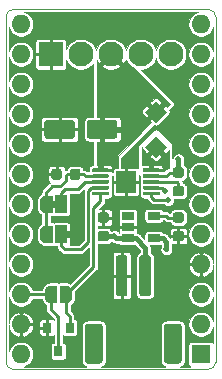
<source format=gbr>
%TF.GenerationSoftware,KiCad,Pcbnew,5.1.6+dfsg1-1~bpo10+1*%
%TF.CreationDate,Date%
%TF.ProjectId,ProMicro_ZPM,50726f4d-6963-4726-9f5f-5a504d2e6b69,v1.0*%
%TF.SameCoordinates,Original*%
%TF.FileFunction,Copper,L1,Top*%
%TF.FilePolarity,Positive*%
%FSLAX45Y45*%
G04 Gerber Fmt 4.5, Leading zero omitted, Abs format (unit mm)*
G04 Created by KiCad*
%MOMM*%
%LPD*%
G01*
G04 APERTURE LIST*
%TA.AperFunction,Profile*%
%ADD10C,0.100000*%
%TD*%
%TA.AperFunction,EtchedComponent*%
%ADD11C,0.150000*%
%TD*%
%TA.AperFunction,ViaPad*%
%ADD12C,0.500000*%
%TD*%
%TA.AperFunction,SMDPad,CuDef*%
%ADD13R,1.680000X1.880000*%
%TD*%
%TA.AperFunction,SMDPad,CuDef*%
%ADD14C,0.150000*%
%TD*%
%TA.AperFunction,SMDPad,CuDef*%
%ADD15R,0.800000X0.900000*%
%TD*%
%TA.AperFunction,ComponentPad*%
%ADD16C,2.100000*%
%TD*%
%TA.AperFunction,ComponentPad*%
%ADD17R,2.100000X2.100000*%
%TD*%
%TA.AperFunction,SMDPad,CuDef*%
%ADD18R,1.060000X0.650000*%
%TD*%
%TA.AperFunction,SMDPad,CuDef*%
%ADD19R,1.000000X1.500000*%
%TD*%
%TA.AperFunction,ComponentPad*%
%ADD20O,1.600000X1.600000*%
%TD*%
%TA.AperFunction,ComponentPad*%
%ADD21R,1.600000X1.600000*%
%TD*%
%TA.AperFunction,ViaPad*%
%ADD22C,0.600000*%
%TD*%
%TA.AperFunction,Conductor*%
%ADD23C,0.400000*%
%TD*%
%TA.AperFunction,Conductor*%
%ADD24C,0.250000*%
%TD*%
%TA.AperFunction,Conductor*%
%ADD25C,0.125000*%
%TD*%
%ADD26C,0.200000*%
%ADD27C,0.300000*%
%ADD28C,0.350000*%
G04 APERTURE END LIST*
D10*
X-63500Y-127000D02*
G75*
G02*
X-127000Y-63500I0J63500D01*
G01*
X1651000Y-63500D02*
G75*
G02*
X1587500Y-127000I-63500J0D01*
G01*
X1587500Y2921000D02*
G75*
G02*
X1651000Y2857500I0J-63500D01*
G01*
X-127000Y2857500D02*
G75*
G02*
X-63500Y2921000I63500J0D01*
G01*
X-127000Y-63500D02*
X-127000Y2857500D01*
X1587500Y-127000D02*
X-63500Y-127000D01*
X1651000Y2857500D02*
X1651000Y-63500D01*
X-63500Y2921000D02*
X1587500Y2921000D01*
D11*
G36*
X252900Y1300000D02*
G01*
X302900Y1300000D01*
X302900Y1240000D01*
X252900Y1240000D01*
X252900Y1300000D01*
G37*
G36*
X432900Y986000D02*
G01*
X382900Y986000D01*
X382900Y1046000D01*
X432900Y1046000D01*
X432900Y986000D01*
G37*
%TA.AperFunction,SMDPad,CuDef*%
G36*
G01*
X458000Y1960000D02*
X458000Y1850000D01*
G75*
G02*
X433000Y1825000I-25000J0D01*
G01*
X223000Y1825000D01*
G75*
G02*
X198000Y1850000I0J25000D01*
G01*
X198000Y1960000D01*
G75*
G02*
X223000Y1985000I25000J0D01*
G01*
X433000Y1985000D01*
G75*
G02*
X458000Y1960000I0J-25000D01*
G01*
G37*
%TD.AperFunction*%
%TA.AperFunction,SMDPad,CuDef*%
G36*
G01*
X818000Y1960000D02*
X818000Y1850000D01*
G75*
G02*
X793000Y1825000I-25000J0D01*
G01*
X583000Y1825000D01*
G75*
G02*
X558000Y1850000I0J25000D01*
G01*
X558000Y1960000D01*
G75*
G02*
X583000Y1985000I25000J0D01*
G01*
X793000Y1985000D01*
G75*
G02*
X818000Y1960000I0J-25000D01*
G01*
G37*
%TD.AperFunction*%
D12*
X834000Y1525500D03*
X944000Y1525500D03*
X834000Y1395500D03*
X944000Y1395500D03*
D13*
X889000Y1460500D03*
%TA.AperFunction,SMDPad,CuDef*%
G36*
G01*
X746500Y1368000D02*
X746500Y1353000D01*
G75*
G02*
X739000Y1345500I-7500J0D01*
G01*
X609000Y1345500D01*
G75*
G02*
X601500Y1353000I0J7500D01*
G01*
X601500Y1368000D01*
G75*
G02*
X609000Y1375500I7500J0D01*
G01*
X739000Y1375500D01*
G75*
G02*
X746500Y1368000I0J-7500D01*
G01*
G37*
%TD.AperFunction*%
%TA.AperFunction,SMDPad,CuDef*%
G36*
G01*
X746500Y1418000D02*
X746500Y1403000D01*
G75*
G02*
X739000Y1395500I-7500J0D01*
G01*
X609000Y1395500D01*
G75*
G02*
X601500Y1403000I0J7500D01*
G01*
X601500Y1418000D01*
G75*
G02*
X609000Y1425500I7500J0D01*
G01*
X739000Y1425500D01*
G75*
G02*
X746500Y1418000I0J-7500D01*
G01*
G37*
%TD.AperFunction*%
%TA.AperFunction,SMDPad,CuDef*%
G36*
G01*
X746500Y1468000D02*
X746500Y1453000D01*
G75*
G02*
X739000Y1445500I-7500J0D01*
G01*
X609000Y1445500D01*
G75*
G02*
X601500Y1453000I0J7500D01*
G01*
X601500Y1468000D01*
G75*
G02*
X609000Y1475500I7500J0D01*
G01*
X739000Y1475500D01*
G75*
G02*
X746500Y1468000I0J-7500D01*
G01*
G37*
%TD.AperFunction*%
%TA.AperFunction,SMDPad,CuDef*%
G36*
G01*
X746500Y1518000D02*
X746500Y1503000D01*
G75*
G02*
X739000Y1495500I-7500J0D01*
G01*
X609000Y1495500D01*
G75*
G02*
X601500Y1503000I0J7500D01*
G01*
X601500Y1518000D01*
G75*
G02*
X609000Y1525500I7500J0D01*
G01*
X739000Y1525500D01*
G75*
G02*
X746500Y1518000I0J-7500D01*
G01*
G37*
%TD.AperFunction*%
%TA.AperFunction,SMDPad,CuDef*%
G36*
G01*
X746500Y1568000D02*
X746500Y1553000D01*
G75*
G02*
X739000Y1545500I-7500J0D01*
G01*
X609000Y1545500D01*
G75*
G02*
X601500Y1553000I0J7500D01*
G01*
X601500Y1568000D01*
G75*
G02*
X609000Y1575500I7500J0D01*
G01*
X739000Y1575500D01*
G75*
G02*
X746500Y1568000I0J-7500D01*
G01*
G37*
%TD.AperFunction*%
%TA.AperFunction,SMDPad,CuDef*%
G36*
G01*
X1176500Y1568000D02*
X1176500Y1553000D01*
G75*
G02*
X1169000Y1545500I-7500J0D01*
G01*
X1039000Y1545500D01*
G75*
G02*
X1031500Y1553000I0J7500D01*
G01*
X1031500Y1568000D01*
G75*
G02*
X1039000Y1575500I7500J0D01*
G01*
X1169000Y1575500D01*
G75*
G02*
X1176500Y1568000I0J-7500D01*
G01*
G37*
%TD.AperFunction*%
%TA.AperFunction,SMDPad,CuDef*%
G36*
G01*
X1176500Y1518000D02*
X1176500Y1503000D01*
G75*
G02*
X1169000Y1495500I-7500J0D01*
G01*
X1039000Y1495500D01*
G75*
G02*
X1031500Y1503000I0J7500D01*
G01*
X1031500Y1518000D01*
G75*
G02*
X1039000Y1525500I7500J0D01*
G01*
X1169000Y1525500D01*
G75*
G02*
X1176500Y1518000I0J-7500D01*
G01*
G37*
%TD.AperFunction*%
%TA.AperFunction,SMDPad,CuDef*%
G36*
G01*
X1176500Y1468000D02*
X1176500Y1453000D01*
G75*
G02*
X1169000Y1445500I-7500J0D01*
G01*
X1039000Y1445500D01*
G75*
G02*
X1031500Y1453000I0J7500D01*
G01*
X1031500Y1468000D01*
G75*
G02*
X1039000Y1475500I7500J0D01*
G01*
X1169000Y1475500D01*
G75*
G02*
X1176500Y1468000I0J-7500D01*
G01*
G37*
%TD.AperFunction*%
%TA.AperFunction,SMDPad,CuDef*%
G36*
G01*
X1176500Y1418000D02*
X1176500Y1403000D01*
G75*
G02*
X1169000Y1395500I-7500J0D01*
G01*
X1039000Y1395500D01*
G75*
G02*
X1031500Y1403000I0J7500D01*
G01*
X1031500Y1418000D01*
G75*
G02*
X1039000Y1425500I7500J0D01*
G01*
X1169000Y1425500D01*
G75*
G02*
X1176500Y1418000I0J-7500D01*
G01*
G37*
%TD.AperFunction*%
%TA.AperFunction,SMDPad,CuDef*%
G36*
G01*
X1176500Y1368000D02*
X1176500Y1353000D01*
G75*
G02*
X1169000Y1345500I-7500J0D01*
G01*
X1039000Y1345500D01*
G75*
G02*
X1031500Y1353000I0J7500D01*
G01*
X1031500Y1368000D01*
G75*
G02*
X1039000Y1375500I7500J0D01*
G01*
X1169000Y1375500D01*
G75*
G02*
X1176500Y1368000I0J-7500D01*
G01*
G37*
%TD.AperFunction*%
%TA.AperFunction,SMDPad,CuDef*%
G36*
G01*
X1307875Y1044500D02*
X1359125Y1044500D01*
G75*
G02*
X1381000Y1022625I0J-21875D01*
G01*
X1381000Y978875D01*
G75*
G02*
X1359125Y957000I-21875J0D01*
G01*
X1307875Y957000D01*
G75*
G02*
X1286000Y978875I0J21875D01*
G01*
X1286000Y1022625D01*
G75*
G02*
X1307875Y1044500I21875J0D01*
G01*
G37*
%TD.AperFunction*%
%TA.AperFunction,SMDPad,CuDef*%
G36*
G01*
X1307875Y1202000D02*
X1359125Y1202000D01*
G75*
G02*
X1381000Y1180125I0J-21875D01*
G01*
X1381000Y1136375D01*
G75*
G02*
X1359125Y1114500I-21875J0D01*
G01*
X1307875Y1114500D01*
G75*
G02*
X1286000Y1136375I0J21875D01*
G01*
X1286000Y1180125D01*
G75*
G02*
X1307875Y1202000I21875J0D01*
G01*
G37*
%TD.AperFunction*%
%TA.AperFunction,SMDPad,CuDef*%
D14*
G36*
X382500Y582940D02*
G01*
X384953Y582940D01*
X389836Y582459D01*
X394649Y581502D01*
X399344Y580077D01*
X403878Y578200D01*
X408205Y575886D01*
X412285Y573160D01*
X416078Y570048D01*
X419548Y566578D01*
X422660Y562785D01*
X425386Y558705D01*
X427699Y554378D01*
X429577Y549845D01*
X431002Y545149D01*
X431959Y540337D01*
X432440Y535453D01*
X432440Y533000D01*
X432500Y533000D01*
X432500Y483000D01*
X432440Y483000D01*
X432440Y480547D01*
X431959Y475663D01*
X431002Y470851D01*
X429577Y466155D01*
X427699Y461622D01*
X425386Y457295D01*
X422660Y453215D01*
X419548Y449422D01*
X416078Y445952D01*
X412285Y442840D01*
X408205Y440114D01*
X403878Y437800D01*
X399344Y435923D01*
X394649Y434498D01*
X389836Y433541D01*
X384953Y433060D01*
X382500Y433060D01*
X382500Y433000D01*
X332500Y433000D01*
X332500Y583000D01*
X382500Y583000D01*
X382500Y582940D01*
G37*
%TD.AperFunction*%
%TA.AperFunction,SMDPad,CuDef*%
G36*
X302500Y433000D02*
G01*
X252500Y433000D01*
X252500Y433060D01*
X250047Y433060D01*
X245163Y433541D01*
X240351Y434498D01*
X235655Y435923D01*
X231122Y437800D01*
X226795Y440114D01*
X222715Y442840D01*
X218922Y445952D01*
X215452Y449422D01*
X212340Y453215D01*
X209614Y457295D01*
X207300Y461622D01*
X205423Y466155D01*
X203998Y470851D01*
X203041Y475663D01*
X202560Y480547D01*
X202560Y483000D01*
X202500Y483000D01*
X202500Y533000D01*
X202560Y533000D01*
X202560Y535453D01*
X203041Y540337D01*
X203998Y545149D01*
X205423Y549845D01*
X207300Y554378D01*
X209614Y558705D01*
X212340Y562785D01*
X215452Y566578D01*
X218922Y570048D01*
X222715Y573160D01*
X226795Y575886D01*
X231122Y578200D01*
X235655Y580077D01*
X240351Y581502D01*
X245163Y582459D01*
X250047Y582940D01*
X252500Y582940D01*
X252500Y583000D01*
X302500Y583000D01*
X302500Y433000D01*
G37*
%TD.AperFunction*%
%TA.AperFunction,SMDPad,CuDef*%
G36*
G01*
X1212500Y-54000D02*
X1212500Y236000D01*
G75*
G02*
X1237500Y261000I25000J0D01*
G01*
X1337500Y261000D01*
G75*
G02*
X1362500Y236000I0J-25000D01*
G01*
X1362500Y-54000D01*
G75*
G02*
X1337500Y-79000I-25000J0D01*
G01*
X1237500Y-79000D01*
G75*
G02*
X1212500Y-54000I0J25000D01*
G01*
G37*
%TD.AperFunction*%
%TA.AperFunction,SMDPad,CuDef*%
G36*
G01*
X542500Y-54000D02*
X542500Y236000D01*
G75*
G02*
X567500Y261000I25000J0D01*
G01*
X667500Y261000D01*
G75*
G02*
X692500Y236000I0J-25000D01*
G01*
X692500Y-54000D01*
G75*
G02*
X667500Y-79000I-25000J0D01*
G01*
X567500Y-79000D01*
G75*
G02*
X542500Y-54000I0J25000D01*
G01*
G37*
%TD.AperFunction*%
%TA.AperFunction,SMDPad,CuDef*%
G36*
G01*
X1002500Y516000D02*
X1002500Y816000D01*
G75*
G02*
X1027500Y841000I25000J0D01*
G01*
X1077500Y841000D01*
G75*
G02*
X1102500Y816000I0J-25000D01*
G01*
X1102500Y516000D01*
G75*
G02*
X1077500Y491000I-25000J0D01*
G01*
X1027500Y491000D01*
G75*
G02*
X1002500Y516000I0J25000D01*
G01*
G37*
%TD.AperFunction*%
%TA.AperFunction,SMDPad,CuDef*%
G36*
G01*
X802500Y516000D02*
X802500Y816000D01*
G75*
G02*
X827500Y841000I25000J0D01*
G01*
X877500Y841000D01*
G75*
G02*
X902500Y816000I0J-25000D01*
G01*
X902500Y516000D01*
G75*
G02*
X877500Y491000I-25000J0D01*
G01*
X827500Y491000D01*
G75*
G02*
X802500Y516000I0J25000D01*
G01*
G37*
%TD.AperFunction*%
%TA.AperFunction,SMDPad,CuDef*%
G36*
G01*
X724125Y1114500D02*
X672875Y1114500D01*
G75*
G02*
X651000Y1136375I0J21875D01*
G01*
X651000Y1180125D01*
G75*
G02*
X672875Y1202000I21875J0D01*
G01*
X724125Y1202000D01*
G75*
G02*
X746000Y1180125I0J-21875D01*
G01*
X746000Y1136375D01*
G75*
G02*
X724125Y1114500I-21875J0D01*
G01*
G37*
%TD.AperFunction*%
%TA.AperFunction,SMDPad,CuDef*%
G36*
G01*
X724125Y957000D02*
X672875Y957000D01*
G75*
G02*
X651000Y978875I0J21875D01*
G01*
X651000Y1022625D01*
G75*
G02*
X672875Y1044500I21875J0D01*
G01*
X724125Y1044500D01*
G75*
G02*
X746000Y1022625I0J-21875D01*
G01*
X746000Y978875D01*
G75*
G02*
X724125Y957000I-21875J0D01*
G01*
G37*
%TD.AperFunction*%
D15*
X317500Y27000D03*
X222500Y227000D03*
X412500Y227000D03*
D16*
X1270000Y2540000D03*
X1016000Y2540000D03*
X762000Y2540000D03*
X508000Y2540000D03*
D17*
X254000Y2540000D03*
D18*
X1126000Y1174500D03*
X1126000Y984500D03*
X906000Y984500D03*
X906000Y1079500D03*
X906000Y1174500D03*
%TA.AperFunction,SMDPad,CuDef*%
D14*
G36*
X1051076Y1755000D02*
G01*
X1143000Y1846924D01*
X1234924Y1755000D01*
X1143000Y1663076D01*
X1051076Y1755000D01*
G37*
%TD.AperFunction*%
%TA.AperFunction,SMDPad,CuDef*%
G36*
X1051076Y2055000D02*
G01*
X1143000Y2146924D01*
X1234924Y2055000D01*
X1143000Y1963076D01*
X1051076Y2055000D01*
G37*
%TD.AperFunction*%
%TA.AperFunction,SMDPad,CuDef*%
G36*
G01*
X346000Y1549625D02*
X346000Y1498375D01*
G75*
G02*
X324125Y1476500I-21875J0D01*
G01*
X280375Y1476500D01*
G75*
G02*
X258500Y1498375I0J21875D01*
G01*
X258500Y1549625D01*
G75*
G02*
X280375Y1571500I21875J0D01*
G01*
X324125Y1571500D01*
G75*
G02*
X346000Y1549625I0J-21875D01*
G01*
G37*
%TD.AperFunction*%
%TA.AperFunction,SMDPad,CuDef*%
G36*
G01*
X503500Y1549625D02*
X503500Y1498375D01*
G75*
G02*
X481625Y1476500I-21875J0D01*
G01*
X437875Y1476500D01*
G75*
G02*
X416000Y1498375I0J21875D01*
G01*
X416000Y1549625D01*
G75*
G02*
X437875Y1571500I21875J0D01*
G01*
X481625Y1571500D01*
G75*
G02*
X503500Y1549625I0J-21875D01*
G01*
G37*
%TD.AperFunction*%
%TA.AperFunction,SMDPad,CuDef*%
G36*
G01*
X1359125Y1495500D02*
X1307875Y1495500D01*
G75*
G02*
X1286000Y1517375I0J21875D01*
G01*
X1286000Y1561125D01*
G75*
G02*
X1307875Y1583000I21875J0D01*
G01*
X1359125Y1583000D01*
G75*
G02*
X1381000Y1561125I0J-21875D01*
G01*
X1381000Y1517375D01*
G75*
G02*
X1359125Y1495500I-21875J0D01*
G01*
G37*
%TD.AperFunction*%
%TA.AperFunction,SMDPad,CuDef*%
G36*
G01*
X1359125Y1338000D02*
X1307875Y1338000D01*
G75*
G02*
X1286000Y1359875I0J21875D01*
G01*
X1286000Y1403625D01*
G75*
G02*
X1307875Y1425500I21875J0D01*
G01*
X1359125Y1425500D01*
G75*
G02*
X1381000Y1403625I0J-21875D01*
G01*
X1381000Y1359875D01*
G75*
G02*
X1359125Y1338000I-21875J0D01*
G01*
G37*
%TD.AperFunction*%
%TA.AperFunction,SMDPad,CuDef*%
G36*
X267900Y1195000D02*
G01*
X212900Y1195000D01*
X212900Y1195060D01*
X210447Y1195060D01*
X205563Y1195541D01*
X200751Y1196498D01*
X196055Y1197923D01*
X191522Y1199801D01*
X187195Y1202114D01*
X183115Y1204840D01*
X179322Y1207952D01*
X175852Y1211422D01*
X172740Y1215215D01*
X170014Y1219295D01*
X167701Y1223622D01*
X165823Y1228156D01*
X164398Y1232851D01*
X163441Y1237664D01*
X162960Y1242547D01*
X162960Y1245000D01*
X162900Y1245000D01*
X162900Y1295000D01*
X162960Y1295000D01*
X162960Y1297453D01*
X163441Y1302337D01*
X164398Y1307149D01*
X165823Y1311845D01*
X167701Y1316378D01*
X170014Y1320705D01*
X172740Y1324785D01*
X175852Y1328578D01*
X179322Y1332048D01*
X183115Y1335160D01*
X187195Y1337886D01*
X191522Y1340200D01*
X196055Y1342077D01*
X200751Y1343502D01*
X205563Y1344459D01*
X210447Y1344940D01*
X212900Y1344940D01*
X212900Y1345000D01*
X267900Y1345000D01*
X267900Y1195000D01*
G37*
%TD.AperFunction*%
D19*
X342900Y1270000D03*
%TA.AperFunction,SMDPad,CuDef*%
D14*
G36*
X472900Y1344940D02*
G01*
X475353Y1344940D01*
X480236Y1344459D01*
X485049Y1343502D01*
X489744Y1342077D01*
X494278Y1340200D01*
X498605Y1337886D01*
X502685Y1335160D01*
X506478Y1332048D01*
X509948Y1328578D01*
X513060Y1324785D01*
X515786Y1320705D01*
X518099Y1316378D01*
X519977Y1311845D01*
X521402Y1307149D01*
X522359Y1302337D01*
X522840Y1297453D01*
X522840Y1295000D01*
X522900Y1295000D01*
X522900Y1245000D01*
X522840Y1245000D01*
X522840Y1242547D01*
X522359Y1237664D01*
X521402Y1232851D01*
X519977Y1228156D01*
X518099Y1223622D01*
X515786Y1219295D01*
X513060Y1215215D01*
X509948Y1211422D01*
X506478Y1207952D01*
X502685Y1204840D01*
X498605Y1202114D01*
X494278Y1199801D01*
X489744Y1197923D01*
X485049Y1196498D01*
X480236Y1195541D01*
X475353Y1195060D01*
X472900Y1195060D01*
X472900Y1195000D01*
X417900Y1195000D01*
X417900Y1345000D01*
X472900Y1345000D01*
X472900Y1344940D01*
G37*
%TD.AperFunction*%
%TA.AperFunction,SMDPad,CuDef*%
G36*
X417900Y1091000D02*
G01*
X472900Y1091000D01*
X472900Y1090940D01*
X475353Y1090940D01*
X480236Y1090459D01*
X485049Y1089502D01*
X489744Y1088077D01*
X494278Y1086200D01*
X498605Y1083886D01*
X502685Y1081160D01*
X506478Y1078048D01*
X509948Y1074578D01*
X513060Y1070785D01*
X515786Y1066705D01*
X518099Y1062378D01*
X519977Y1057845D01*
X521402Y1053149D01*
X522359Y1048336D01*
X522840Y1043453D01*
X522840Y1041000D01*
X522900Y1041000D01*
X522900Y991000D01*
X522840Y991000D01*
X522840Y988547D01*
X522359Y983663D01*
X521402Y978851D01*
X519977Y974155D01*
X518099Y969622D01*
X515786Y965295D01*
X513060Y961215D01*
X509948Y957422D01*
X506478Y953952D01*
X502685Y950840D01*
X498605Y948114D01*
X494278Y945800D01*
X489744Y943923D01*
X485049Y942498D01*
X480236Y941541D01*
X475353Y941060D01*
X472900Y941060D01*
X472900Y941000D01*
X417900Y941000D01*
X417900Y1091000D01*
G37*
%TD.AperFunction*%
D19*
X342900Y1016000D03*
%TA.AperFunction,SMDPad,CuDef*%
D14*
G36*
X212900Y941060D02*
G01*
X210447Y941060D01*
X205563Y941541D01*
X200751Y942498D01*
X196055Y943923D01*
X191522Y945800D01*
X187195Y948114D01*
X183115Y950840D01*
X179322Y953952D01*
X175852Y957422D01*
X172740Y961215D01*
X170014Y965295D01*
X167701Y969622D01*
X165823Y974155D01*
X164398Y978851D01*
X163441Y983663D01*
X162960Y988547D01*
X162960Y991000D01*
X162900Y991000D01*
X162900Y1041000D01*
X162960Y1041000D01*
X162960Y1043453D01*
X163441Y1048336D01*
X164398Y1053149D01*
X165823Y1057845D01*
X167701Y1062378D01*
X170014Y1066705D01*
X172740Y1070785D01*
X175852Y1074578D01*
X179322Y1078048D01*
X183115Y1081160D01*
X187195Y1083886D01*
X191522Y1086200D01*
X196055Y1088077D01*
X200751Y1089502D01*
X205563Y1090459D01*
X210447Y1090940D01*
X212900Y1090940D01*
X212900Y1091000D01*
X267900Y1091000D01*
X267900Y941000D01*
X212900Y941000D01*
X212900Y941060D01*
G37*
%TD.AperFunction*%
D20*
X0Y0D03*
X0Y254000D03*
X0Y508000D03*
X1524000Y2794000D03*
X0Y762000D03*
X1524000Y2540000D03*
X0Y1016000D03*
X1524000Y2286000D03*
X0Y1270000D03*
X1524000Y2032000D03*
X0Y1524000D03*
X1524000Y1778000D03*
X0Y1778000D03*
X1524000Y1524000D03*
X0Y2032000D03*
X1524000Y1270000D03*
X0Y2286000D03*
X1524000Y1016000D03*
X0Y2540000D03*
X1524000Y762000D03*
X0Y2794000D03*
X1524000Y508000D03*
X1524000Y254000D03*
D21*
X1524000Y0D03*
D12*
X495300Y1143000D03*
X279400Y1143000D03*
D22*
X673100Y1714500D03*
D12*
X1231900Y889000D03*
X1333500Y1651000D03*
X789950Y1000750D03*
X1244600Y1308100D03*
X1219200Y1384300D03*
D23*
X1231900Y952500D02*
X1231900Y889000D01*
X1199900Y984500D02*
X1231900Y952500D01*
X1126000Y984500D02*
X1199900Y984500D01*
D24*
X1231100Y1510500D02*
X1104000Y1510500D01*
X1259850Y1539250D02*
X1231100Y1510500D01*
X1333500Y1539250D02*
X1259850Y1539250D01*
D23*
X1054100Y667600D02*
X1052500Y666000D01*
X1054100Y901700D02*
X1054100Y667600D01*
X971300Y984500D02*
X1054100Y901700D01*
X906000Y984500D02*
X971300Y984500D01*
X1333500Y1539250D02*
X1333500Y1651000D01*
X806200Y984500D02*
X906000Y984500D01*
X698500Y1000750D02*
X789950Y1000750D01*
D24*
X1104000Y1460500D02*
X1183070Y1460500D01*
X1183070Y1460500D02*
X1320800Y1460500D01*
X1320800Y1460500D02*
X1333500Y1447800D01*
X1333500Y1447800D02*
X1333500Y1384300D01*
X252500Y508000D02*
X202500Y508000D01*
X202500Y508000D02*
X0Y508000D01*
X317500Y317500D02*
X317500Y27000D01*
X252500Y382500D02*
X317500Y317500D01*
X252500Y508000D02*
X252500Y382500D01*
X674000Y1510500D02*
X546900Y1510500D01*
X533400Y1524000D02*
X546900Y1510500D01*
X459750Y1524000D02*
X533400Y1524000D01*
X212900Y1369380D02*
X212900Y1270000D01*
X265920Y1422400D02*
X212900Y1369380D01*
X330200Y1422400D02*
X265920Y1422400D01*
X378501Y1510360D02*
X378501Y1470701D01*
X378501Y1470701D02*
X330200Y1422400D01*
X392141Y1524000D02*
X378501Y1510360D01*
X459750Y1524000D02*
X392141Y1524000D01*
X212900Y1140000D02*
X212900Y1016000D01*
X212900Y1270000D02*
X212900Y1140000D01*
X1104000Y1334750D02*
X1130650Y1308100D01*
X1130650Y1308100D02*
X1244600Y1308100D01*
X1104000Y1360500D02*
X1104000Y1334750D01*
X1193000Y1410500D02*
X1219200Y1384300D01*
X1104000Y1410500D02*
X1193000Y1410500D01*
X382500Y433241D02*
X382500Y508000D01*
X382500Y354100D02*
X382500Y433241D01*
X412500Y324100D02*
X382500Y354100D01*
X412500Y227000D02*
X412500Y324100D01*
X427906Y553406D02*
X382500Y508000D01*
X614000Y1236300D02*
X614000Y739500D01*
X674000Y1296300D02*
X614000Y1236300D01*
X614000Y739500D02*
X427906Y553406D01*
X674000Y1360500D02*
X674000Y1296300D01*
X1242050Y1158250D02*
X1333500Y1158250D01*
X1225800Y1174500D02*
X1242050Y1158250D01*
X1126000Y1174500D02*
X1225800Y1174500D01*
X342900Y916000D02*
X342900Y1016000D01*
X369900Y889000D02*
X342900Y916000D01*
X508000Y889000D02*
X369900Y889000D01*
X568999Y1384569D02*
X568999Y949999D01*
X594930Y1410500D02*
X568999Y1384569D01*
X568999Y949999D02*
X508000Y889000D01*
X674000Y1410500D02*
X594930Y1410500D01*
X342900Y1370000D02*
X342900Y1270000D01*
X482600Y1397000D02*
X369900Y1397000D01*
X546100Y1460500D02*
X482600Y1397000D01*
X369900Y1397000D02*
X342900Y1370000D01*
X674000Y1460500D02*
X546100Y1460500D01*
D25*
G36*
X1493008Y2896167D02*
G01*
X1473672Y2888157D01*
X1456270Y2876530D01*
X1441470Y2861730D01*
X1429842Y2844328D01*
X1421833Y2824992D01*
X1417750Y2804465D01*
X1417750Y2783535D01*
X1421833Y2763008D01*
X1429842Y2743672D01*
X1441470Y2726270D01*
X1456270Y2711470D01*
X1473672Y2699843D01*
X1493008Y2691833D01*
X1513535Y2687750D01*
X1534465Y2687750D01*
X1554992Y2691833D01*
X1574328Y2699843D01*
X1591730Y2711470D01*
X1606530Y2726270D01*
X1618157Y2743672D01*
X1626167Y2763008D01*
X1627250Y2768453D01*
X1627250Y2565547D01*
X1626167Y2570992D01*
X1618157Y2590328D01*
X1606530Y2607730D01*
X1591730Y2622530D01*
X1574328Y2634158D01*
X1554992Y2642167D01*
X1534465Y2646250D01*
X1513535Y2646250D01*
X1493008Y2642167D01*
X1473672Y2634158D01*
X1456270Y2622530D01*
X1441470Y2607730D01*
X1429842Y2590328D01*
X1421833Y2570992D01*
X1417750Y2550465D01*
X1417750Y2529535D01*
X1421833Y2509008D01*
X1429842Y2489672D01*
X1441470Y2472270D01*
X1456270Y2457470D01*
X1473672Y2445843D01*
X1493008Y2437833D01*
X1513535Y2433750D01*
X1534465Y2433750D01*
X1554992Y2437833D01*
X1574328Y2445843D01*
X1591730Y2457470D01*
X1606530Y2472270D01*
X1618157Y2489672D01*
X1626167Y2509008D01*
X1627250Y2514453D01*
X1627250Y2311547D01*
X1626167Y2316992D01*
X1618157Y2336328D01*
X1606530Y2353730D01*
X1591730Y2368530D01*
X1574328Y2380158D01*
X1554992Y2388167D01*
X1534465Y2392250D01*
X1513535Y2392250D01*
X1493008Y2388167D01*
X1473672Y2380158D01*
X1456270Y2368530D01*
X1441470Y2353730D01*
X1429842Y2336328D01*
X1421833Y2316992D01*
X1417750Y2296465D01*
X1417750Y2275535D01*
X1421833Y2255008D01*
X1429842Y2235672D01*
X1441470Y2218270D01*
X1456270Y2203470D01*
X1473672Y2191843D01*
X1493008Y2183833D01*
X1513535Y2179750D01*
X1534465Y2179750D01*
X1554992Y2183833D01*
X1574328Y2191843D01*
X1591730Y2203470D01*
X1606530Y2218270D01*
X1618157Y2235672D01*
X1626167Y2255008D01*
X1627250Y2260453D01*
X1627250Y2057547D01*
X1626167Y2062992D01*
X1618157Y2082328D01*
X1606530Y2099730D01*
X1591730Y2114530D01*
X1574328Y2126158D01*
X1554992Y2134167D01*
X1534465Y2138250D01*
X1513535Y2138250D01*
X1493008Y2134167D01*
X1473672Y2126158D01*
X1456270Y2114530D01*
X1441470Y2099730D01*
X1429842Y2082328D01*
X1421833Y2062992D01*
X1417750Y2042465D01*
X1417750Y2021535D01*
X1421833Y2001008D01*
X1429842Y1981672D01*
X1441470Y1964270D01*
X1456270Y1949470D01*
X1473672Y1937842D01*
X1493008Y1929833D01*
X1513535Y1925750D01*
X1534465Y1925750D01*
X1554992Y1929833D01*
X1574328Y1937842D01*
X1591730Y1949470D01*
X1606530Y1964270D01*
X1618157Y1981672D01*
X1626167Y2001008D01*
X1627250Y2006453D01*
X1627250Y1803547D01*
X1626167Y1808992D01*
X1618157Y1828328D01*
X1606530Y1845730D01*
X1591730Y1860530D01*
X1574328Y1872157D01*
X1554992Y1880167D01*
X1534465Y1884250D01*
X1513535Y1884250D01*
X1493008Y1880167D01*
X1473672Y1872157D01*
X1456270Y1860530D01*
X1441470Y1845730D01*
X1429842Y1828328D01*
X1421833Y1808992D01*
X1417750Y1788465D01*
X1417750Y1767535D01*
X1421833Y1747008D01*
X1429842Y1727672D01*
X1441470Y1710270D01*
X1456270Y1695470D01*
X1473672Y1683842D01*
X1493008Y1675833D01*
X1513535Y1671750D01*
X1534465Y1671750D01*
X1554992Y1675833D01*
X1574328Y1683842D01*
X1591730Y1695470D01*
X1606530Y1710270D01*
X1618157Y1727672D01*
X1626167Y1747008D01*
X1627250Y1752453D01*
X1627250Y1549547D01*
X1626167Y1554992D01*
X1618157Y1574328D01*
X1606530Y1591730D01*
X1591730Y1606530D01*
X1574328Y1618157D01*
X1554992Y1626167D01*
X1534465Y1630250D01*
X1513535Y1630250D01*
X1493008Y1626167D01*
X1473672Y1618157D01*
X1456270Y1606530D01*
X1441470Y1591730D01*
X1429842Y1574328D01*
X1421833Y1554992D01*
X1417750Y1534465D01*
X1417750Y1513535D01*
X1421833Y1493008D01*
X1429842Y1473672D01*
X1441470Y1456270D01*
X1456270Y1441470D01*
X1473672Y1429842D01*
X1493008Y1421833D01*
X1513535Y1417750D01*
X1534465Y1417750D01*
X1554992Y1421833D01*
X1574328Y1429842D01*
X1591730Y1441470D01*
X1606530Y1456270D01*
X1618157Y1473672D01*
X1626167Y1493008D01*
X1627250Y1498453D01*
X1627250Y1295547D01*
X1626167Y1300992D01*
X1618157Y1320328D01*
X1606530Y1337730D01*
X1591730Y1352530D01*
X1574328Y1364158D01*
X1554992Y1372167D01*
X1534465Y1376250D01*
X1513535Y1376250D01*
X1493008Y1372167D01*
X1473672Y1364158D01*
X1456270Y1352530D01*
X1441470Y1337730D01*
X1429842Y1320328D01*
X1421833Y1300992D01*
X1417750Y1280465D01*
X1417750Y1259535D01*
X1421833Y1239008D01*
X1429842Y1219672D01*
X1441470Y1202270D01*
X1456270Y1187470D01*
X1473672Y1175843D01*
X1493008Y1167833D01*
X1513535Y1163750D01*
X1534465Y1163750D01*
X1554992Y1167833D01*
X1574328Y1175843D01*
X1591730Y1187470D01*
X1606530Y1202270D01*
X1618157Y1219672D01*
X1626167Y1239008D01*
X1627250Y1244453D01*
X1627250Y1041546D01*
X1626167Y1046992D01*
X1618157Y1066328D01*
X1606530Y1083730D01*
X1591730Y1098530D01*
X1574328Y1110158D01*
X1554992Y1118167D01*
X1534465Y1122250D01*
X1513535Y1122250D01*
X1493008Y1118167D01*
X1473672Y1110158D01*
X1456270Y1098530D01*
X1441470Y1083730D01*
X1429842Y1066328D01*
X1421833Y1046992D01*
X1417750Y1026465D01*
X1417750Y1005535D01*
X1421833Y985008D01*
X1429842Y965672D01*
X1441470Y948270D01*
X1456270Y933470D01*
X1473672Y921842D01*
X1493008Y913833D01*
X1513535Y909750D01*
X1534465Y909750D01*
X1554992Y913833D01*
X1574328Y921842D01*
X1591730Y933470D01*
X1606530Y948270D01*
X1618157Y965672D01*
X1626167Y985008D01*
X1627250Y990453D01*
X1627250Y770750D01*
X1623303Y770750D01*
X1627217Y787207D01*
X1623826Y798385D01*
X1614810Y817161D01*
X1602303Y833818D01*
X1586788Y847714D01*
X1568859Y858316D01*
X1549207Y865217D01*
X1532750Y861327D01*
X1532750Y770750D01*
X1534750Y770750D01*
X1534750Y753250D01*
X1532750Y753250D01*
X1532750Y662673D01*
X1549207Y658783D01*
X1568859Y665684D01*
X1586788Y676286D01*
X1602303Y690182D01*
X1614810Y706839D01*
X1623826Y725615D01*
X1627217Y736793D01*
X1623303Y753250D01*
X1627250Y753250D01*
X1627250Y533546D01*
X1626167Y538992D01*
X1618157Y558328D01*
X1606530Y575730D01*
X1591730Y590530D01*
X1574328Y602158D01*
X1554992Y610167D01*
X1534465Y614250D01*
X1513535Y614250D01*
X1493008Y610167D01*
X1473672Y602158D01*
X1456270Y590530D01*
X1441470Y575730D01*
X1429842Y558328D01*
X1421833Y538992D01*
X1417750Y518465D01*
X1417750Y497535D01*
X1421833Y477008D01*
X1429842Y457672D01*
X1441470Y440270D01*
X1456270Y425470D01*
X1473672Y413842D01*
X1493008Y405833D01*
X1513535Y401750D01*
X1534465Y401750D01*
X1554992Y405833D01*
X1574328Y413842D01*
X1591730Y425470D01*
X1606530Y440270D01*
X1618157Y457672D01*
X1626167Y477008D01*
X1627250Y482454D01*
X1627250Y279546D01*
X1626167Y284992D01*
X1618157Y304328D01*
X1606530Y321730D01*
X1591730Y336530D01*
X1574328Y348158D01*
X1554992Y356167D01*
X1534465Y360250D01*
X1513535Y360250D01*
X1493008Y356167D01*
X1473672Y348158D01*
X1456270Y336530D01*
X1441470Y321730D01*
X1429842Y304328D01*
X1421833Y284992D01*
X1417750Y264465D01*
X1417750Y243535D01*
X1421833Y223008D01*
X1429842Y203672D01*
X1441470Y186270D01*
X1456270Y171470D01*
X1473672Y159843D01*
X1493008Y151833D01*
X1513535Y147750D01*
X1534465Y147750D01*
X1554992Y151833D01*
X1574328Y159843D01*
X1591730Y171470D01*
X1606530Y186270D01*
X1618157Y203672D01*
X1626167Y223008D01*
X1627250Y228454D01*
X1627250Y92188D01*
X1625932Y94654D01*
X1622651Y98651D01*
X1618654Y101932D01*
X1614094Y104369D01*
X1609146Y105870D01*
X1604000Y106377D01*
X1444000Y106377D01*
X1438854Y105870D01*
X1433906Y104369D01*
X1429346Y101932D01*
X1425349Y98651D01*
X1422068Y94654D01*
X1419631Y90094D01*
X1418130Y85146D01*
X1417623Y80000D01*
X1417623Y-80000D01*
X1418130Y-85146D01*
X1419631Y-90094D01*
X1422068Y-94654D01*
X1425349Y-98651D01*
X1429346Y-101932D01*
X1431812Y-103250D01*
X1351281Y-103250D01*
X1357161Y-101466D01*
X1366044Y-96718D01*
X1373829Y-90329D01*
X1380218Y-82544D01*
X1384966Y-73661D01*
X1387890Y-64023D01*
X1388877Y-54000D01*
X1388877Y236000D01*
X1387890Y246023D01*
X1384966Y255661D01*
X1380218Y264544D01*
X1373829Y272329D01*
X1366044Y278718D01*
X1357161Y283466D01*
X1347523Y286390D01*
X1337500Y287377D01*
X1237500Y287377D01*
X1227477Y286390D01*
X1217839Y283466D01*
X1208957Y278718D01*
X1201171Y272329D01*
X1194782Y264544D01*
X1190034Y255661D01*
X1187110Y246023D01*
X1186123Y236000D01*
X1186123Y-54000D01*
X1187110Y-64023D01*
X1190034Y-73661D01*
X1194782Y-82544D01*
X1201171Y-90329D01*
X1208957Y-96718D01*
X1217839Y-101466D01*
X1223719Y-103250D01*
X681281Y-103250D01*
X687161Y-101466D01*
X696044Y-96718D01*
X703829Y-90329D01*
X710218Y-82544D01*
X714966Y-73661D01*
X717890Y-64023D01*
X718877Y-54000D01*
X718877Y236000D01*
X717890Y246023D01*
X714966Y255661D01*
X710218Y264544D01*
X703829Y272329D01*
X696044Y278718D01*
X687161Y283466D01*
X677523Y286390D01*
X667500Y287377D01*
X567500Y287377D01*
X557477Y286390D01*
X547839Y283466D01*
X538957Y278718D01*
X531171Y272329D01*
X524782Y264544D01*
X520034Y255661D01*
X517110Y246023D01*
X516123Y236000D01*
X516123Y-54000D01*
X517110Y-64023D01*
X520034Y-73661D01*
X524782Y-82544D01*
X531171Y-90329D01*
X538957Y-96718D01*
X547839Y-101466D01*
X553719Y-103250D01*
X25547Y-103250D01*
X30992Y-102167D01*
X50328Y-94157D01*
X67730Y-82530D01*
X82530Y-67730D01*
X94157Y-50328D01*
X102167Y-30992D01*
X106250Y-10465D01*
X106250Y10465D01*
X102167Y30992D01*
X94157Y50328D01*
X82530Y67730D01*
X67730Y82530D01*
X50328Y94157D01*
X30992Y102167D01*
X10465Y106250D01*
X-10465Y106250D01*
X-30992Y102167D01*
X-50328Y94157D01*
X-67730Y82530D01*
X-82530Y67730D01*
X-94157Y50328D01*
X-102167Y30992D01*
X-103250Y25547D01*
X-103250Y245250D01*
X-99303Y245250D01*
X-103217Y228793D01*
X-99826Y217615D01*
X-90810Y198839D01*
X-78303Y182182D01*
X-62788Y168286D01*
X-44859Y157684D01*
X-25207Y150783D01*
X-8750Y154673D01*
X-8750Y245250D01*
X8750Y245250D01*
X8750Y154673D01*
X25207Y150783D01*
X44859Y157684D01*
X62788Y168286D01*
X78100Y182000D01*
X156123Y182000D01*
X156630Y176854D01*
X158131Y171906D01*
X160568Y167346D01*
X163849Y163349D01*
X167846Y160068D01*
X172406Y157631D01*
X177354Y156130D01*
X182500Y155623D01*
X207187Y155750D01*
X213750Y162313D01*
X213750Y218250D01*
X162813Y218250D01*
X156250Y211687D01*
X156123Y182000D01*
X78100Y182000D01*
X78303Y182182D01*
X90810Y198839D01*
X99826Y217615D01*
X103217Y228793D01*
X99303Y245250D01*
X8750Y245250D01*
X-8750Y245250D01*
X-10750Y245250D01*
X-10750Y262750D01*
X-8750Y262750D01*
X-8750Y353327D01*
X8750Y353327D01*
X8750Y262750D01*
X99303Y262750D01*
X101502Y272000D01*
X156123Y272000D01*
X156250Y242312D01*
X162813Y235750D01*
X213750Y235750D01*
X213750Y291688D01*
X207187Y298250D01*
X182500Y298377D01*
X177354Y297870D01*
X172406Y296369D01*
X167846Y293932D01*
X163849Y290651D01*
X160568Y286654D01*
X158131Y282094D01*
X156630Y277146D01*
X156123Y272000D01*
X101502Y272000D01*
X103217Y279207D01*
X99826Y290385D01*
X90810Y309161D01*
X78303Y325818D01*
X62788Y339714D01*
X44859Y350316D01*
X25207Y357217D01*
X8750Y353327D01*
X-8750Y353327D01*
X-25207Y357217D01*
X-44859Y350316D01*
X-62788Y339714D01*
X-78303Y325818D01*
X-90810Y309161D01*
X-99826Y290385D01*
X-103217Y279207D01*
X-99303Y262750D01*
X-103250Y262750D01*
X-103250Y482453D01*
X-102167Y477008D01*
X-94157Y457672D01*
X-82530Y440270D01*
X-67730Y425470D01*
X-50328Y413842D01*
X-30992Y405833D01*
X-10465Y401750D01*
X10465Y401750D01*
X30992Y405833D01*
X50328Y413842D01*
X67730Y425470D01*
X82530Y440270D01*
X94157Y457672D01*
X98953Y469250D01*
X177607Y469250D01*
X178783Y463340D01*
X180284Y458392D01*
X184035Y449336D01*
X186472Y444776D01*
X191918Y436626D01*
X195198Y432629D01*
X202129Y425698D01*
X206126Y422418D01*
X213750Y417323D01*
X213750Y384404D01*
X213563Y382500D01*
X214311Y374904D01*
X216101Y369001D01*
X216527Y367599D01*
X220125Y360867D01*
X224967Y354967D01*
X226445Y353754D01*
X278750Y301449D01*
X278750Y292622D01*
X277154Y293932D01*
X272594Y296369D01*
X267646Y297870D01*
X262500Y298377D01*
X237812Y298250D01*
X231250Y291688D01*
X231250Y235750D01*
X233250Y235750D01*
X233250Y218250D01*
X231250Y218250D01*
X231250Y162313D01*
X237812Y155750D01*
X262500Y155623D01*
X267646Y156130D01*
X272594Y157631D01*
X277154Y160068D01*
X278750Y161378D01*
X278750Y98377D01*
X277500Y98377D01*
X272354Y97870D01*
X267406Y96369D01*
X262846Y93932D01*
X258849Y90651D01*
X255568Y86654D01*
X253131Y82094D01*
X251630Y77146D01*
X251123Y72000D01*
X251123Y-18000D01*
X251630Y-23146D01*
X253131Y-28094D01*
X255568Y-32654D01*
X258849Y-36651D01*
X262846Y-39932D01*
X267406Y-42369D01*
X272354Y-43870D01*
X277500Y-44377D01*
X357500Y-44377D01*
X362646Y-43870D01*
X367594Y-42369D01*
X372154Y-39932D01*
X376151Y-36651D01*
X379432Y-32654D01*
X381869Y-28094D01*
X383370Y-23146D01*
X383877Y-18000D01*
X383877Y72000D01*
X383370Y77146D01*
X381869Y82094D01*
X379432Y86654D01*
X376151Y90651D01*
X372154Y93932D01*
X367594Y96369D01*
X362646Y97870D01*
X357500Y98377D01*
X356250Y98377D01*
X356250Y161378D01*
X357846Y160068D01*
X362406Y157631D01*
X367354Y156130D01*
X372500Y155623D01*
X452500Y155623D01*
X457646Y156130D01*
X462594Y157631D01*
X467154Y160068D01*
X471151Y163349D01*
X474432Y167346D01*
X476869Y171906D01*
X478370Y176854D01*
X478877Y182000D01*
X478877Y272000D01*
X478370Y277146D01*
X476869Y282094D01*
X474432Y286654D01*
X471151Y290651D01*
X467154Y293932D01*
X462594Y296369D01*
X457646Y297870D01*
X452500Y298377D01*
X451250Y298377D01*
X451250Y322198D01*
X451437Y324100D01*
X451250Y326002D01*
X451250Y326003D01*
X450689Y331696D01*
X450455Y332468D01*
X449223Y336530D01*
X448473Y339001D01*
X444875Y345733D01*
X440033Y351633D01*
X438555Y352846D01*
X421250Y370151D01*
X421250Y417324D01*
X428874Y422418D01*
X432871Y425698D01*
X439802Y432629D01*
X443082Y436626D01*
X448528Y444776D01*
X450965Y449336D01*
X454716Y458392D01*
X456217Y463340D01*
X458129Y472953D01*
X458636Y478099D01*
X458636Y480555D01*
X458877Y483000D01*
X458877Y491000D01*
X776123Y491000D01*
X776630Y485854D01*
X778131Y480906D01*
X780568Y476346D01*
X783849Y472349D01*
X787846Y469068D01*
X792406Y466631D01*
X797354Y465130D01*
X802500Y464623D01*
X837187Y464750D01*
X843750Y471312D01*
X843750Y657250D01*
X861250Y657250D01*
X861250Y471312D01*
X867812Y464750D01*
X902500Y464623D01*
X907646Y465130D01*
X912594Y466631D01*
X917154Y469068D01*
X921151Y472349D01*
X924432Y476346D01*
X926869Y480906D01*
X928370Y485854D01*
X928877Y491000D01*
X928750Y650688D01*
X922187Y657250D01*
X861250Y657250D01*
X843750Y657250D01*
X782812Y657250D01*
X776250Y650688D01*
X776123Y491000D01*
X458877Y491000D01*
X458877Y529576D01*
X640055Y710754D01*
X641533Y711967D01*
X646375Y717868D01*
X649974Y724599D01*
X652189Y731904D01*
X652750Y737597D01*
X652750Y737598D01*
X652937Y739500D01*
X652750Y741402D01*
X652750Y841000D01*
X776123Y841000D01*
X776250Y681313D01*
X782812Y674750D01*
X843750Y674750D01*
X843750Y860687D01*
X861250Y860687D01*
X861250Y674750D01*
X922187Y674750D01*
X928750Y681313D01*
X928877Y841000D01*
X928370Y846146D01*
X926869Y851094D01*
X924432Y855654D01*
X921151Y859651D01*
X917154Y862932D01*
X912594Y865369D01*
X907646Y866870D01*
X902500Y867377D01*
X867812Y867250D01*
X861250Y860687D01*
X843750Y860687D01*
X837187Y867250D01*
X802500Y867377D01*
X797354Y866870D01*
X792406Y865369D01*
X787846Y862932D01*
X783849Y859651D01*
X780568Y855654D01*
X778131Y851094D01*
X776630Y846146D01*
X776123Y841000D01*
X652750Y841000D01*
X652750Y935183D01*
X654410Y934296D01*
X663462Y931550D01*
X672875Y930623D01*
X724125Y930623D01*
X733538Y931550D01*
X742590Y934296D01*
X750932Y938755D01*
X758244Y944756D01*
X764245Y952068D01*
X765545Y954500D01*
X767685Y954500D01*
X772691Y952426D01*
X773338Y951638D01*
X780381Y945858D01*
X788415Y941564D01*
X797133Y938919D01*
X803929Y938250D01*
X830585Y938250D01*
X831068Y937346D01*
X834349Y933349D01*
X838346Y930068D01*
X842906Y927631D01*
X847854Y926130D01*
X853000Y925623D01*
X959000Y925623D01*
X964146Y926130D01*
X964236Y926157D01*
X1007850Y882543D01*
X1007850Y863470D01*
X1007839Y863466D01*
X998956Y858718D01*
X991171Y852329D01*
X984782Y844543D01*
X980034Y835661D01*
X977110Y826023D01*
X976123Y816000D01*
X976123Y516000D01*
X977110Y505977D01*
X980034Y496339D01*
X984782Y487456D01*
X991171Y479671D01*
X998956Y473282D01*
X1007839Y468534D01*
X1017477Y465610D01*
X1027500Y464623D01*
X1077500Y464623D01*
X1087523Y465610D01*
X1097161Y468534D01*
X1106044Y473282D01*
X1113829Y479671D01*
X1120218Y487456D01*
X1124966Y496339D01*
X1127890Y505977D01*
X1128877Y516000D01*
X1128877Y736793D01*
X1420783Y736793D01*
X1424174Y725615D01*
X1433190Y706839D01*
X1445697Y690182D01*
X1461212Y676286D01*
X1479141Y665684D01*
X1498793Y658783D01*
X1515250Y662673D01*
X1515250Y753250D01*
X1424697Y753250D01*
X1420783Y736793D01*
X1128877Y736793D01*
X1128877Y787207D01*
X1420783Y787207D01*
X1424697Y770750D01*
X1515250Y770750D01*
X1515250Y861327D01*
X1498793Y865217D01*
X1479141Y858316D01*
X1461212Y847714D01*
X1445697Y833818D01*
X1433190Y817161D01*
X1424174Y798385D01*
X1420783Y787207D01*
X1128877Y787207D01*
X1128877Y816000D01*
X1127890Y826023D01*
X1124966Y835661D01*
X1120218Y844543D01*
X1113829Y852329D01*
X1106044Y858718D01*
X1100350Y861762D01*
X1100350Y899429D01*
X1100574Y901700D01*
X1099681Y910767D01*
X1097036Y919485D01*
X1094653Y923944D01*
X1093755Y925623D01*
X1179000Y925623D01*
X1184146Y926130D01*
X1185650Y926586D01*
X1185650Y911266D01*
X1182620Y903949D01*
X1180650Y894048D01*
X1180650Y883952D01*
X1182620Y874051D01*
X1186483Y864724D01*
X1192092Y856330D01*
X1199230Y849191D01*
X1207624Y843583D01*
X1216951Y839719D01*
X1226852Y837750D01*
X1236948Y837750D01*
X1246849Y839719D01*
X1256176Y843583D01*
X1264570Y849191D01*
X1271709Y856330D01*
X1277317Y864724D01*
X1281181Y874051D01*
X1283150Y883952D01*
X1283150Y894048D01*
X1281181Y903949D01*
X1278150Y911265D01*
X1278150Y931950D01*
X1280854Y931130D01*
X1286000Y930623D01*
X1318188Y930750D01*
X1324750Y937312D01*
X1324750Y992000D01*
X1342250Y992000D01*
X1342250Y937312D01*
X1348813Y930750D01*
X1381000Y930623D01*
X1386146Y931130D01*
X1391094Y932631D01*
X1395654Y935068D01*
X1399651Y938349D01*
X1402932Y942346D01*
X1405369Y946906D01*
X1406870Y951854D01*
X1407377Y957000D01*
X1407250Y985437D01*
X1400687Y992000D01*
X1342250Y992000D01*
X1324750Y992000D01*
X1266313Y992000D01*
X1262060Y987747D01*
X1234210Y1015597D01*
X1232762Y1017362D01*
X1225719Y1023141D01*
X1217685Y1027436D01*
X1208967Y1030081D01*
X1202171Y1030750D01*
X1201373Y1030829D01*
X1200932Y1031654D01*
X1197651Y1035651D01*
X1193654Y1038932D01*
X1189094Y1041369D01*
X1184146Y1042870D01*
X1179000Y1043377D01*
X1073000Y1043377D01*
X1067854Y1042870D01*
X1062906Y1041369D01*
X1058346Y1038932D01*
X1054349Y1035651D01*
X1051068Y1031654D01*
X1048631Y1027094D01*
X1047130Y1022146D01*
X1046623Y1017000D01*
X1046623Y974584D01*
X1005610Y1015597D01*
X1004162Y1017362D01*
X997119Y1023141D01*
X989085Y1027436D01*
X982045Y1029572D01*
X980932Y1031654D01*
X980648Y1032000D01*
X980932Y1032346D01*
X983369Y1036906D01*
X984870Y1041854D01*
X985131Y1044500D01*
X1259623Y1044500D01*
X1259750Y1016062D01*
X1266313Y1009500D01*
X1324750Y1009500D01*
X1324750Y1064188D01*
X1342250Y1064188D01*
X1342250Y1009500D01*
X1400687Y1009500D01*
X1407250Y1016062D01*
X1407377Y1044500D01*
X1406870Y1049646D01*
X1405369Y1054594D01*
X1402932Y1059154D01*
X1399651Y1063151D01*
X1395654Y1066432D01*
X1391094Y1068869D01*
X1386146Y1070370D01*
X1381000Y1070877D01*
X1348813Y1070750D01*
X1342250Y1064188D01*
X1324750Y1064188D01*
X1318188Y1070750D01*
X1286000Y1070877D01*
X1280854Y1070370D01*
X1275906Y1068869D01*
X1271346Y1066432D01*
X1267349Y1063151D01*
X1264068Y1059154D01*
X1261631Y1054594D01*
X1260130Y1049646D01*
X1259623Y1044500D01*
X985131Y1044500D01*
X985377Y1047000D01*
X985250Y1064188D01*
X978687Y1070750D01*
X914750Y1070750D01*
X914750Y1068750D01*
X897250Y1068750D01*
X897250Y1070750D01*
X833312Y1070750D01*
X826750Y1064188D01*
X826623Y1047000D01*
X827130Y1041854D01*
X828631Y1036906D01*
X831068Y1032346D01*
X831352Y1032000D01*
X831068Y1031654D01*
X831010Y1031546D01*
X829758Y1033420D01*
X822620Y1040558D01*
X814226Y1046167D01*
X804899Y1050031D01*
X794998Y1052000D01*
X784902Y1052000D01*
X775001Y1050031D01*
X767685Y1047000D01*
X765545Y1047000D01*
X764245Y1049432D01*
X758244Y1056744D01*
X750932Y1062745D01*
X742590Y1067204D01*
X733538Y1069950D01*
X724125Y1070877D01*
X672875Y1070877D01*
X663462Y1069950D01*
X654410Y1067204D01*
X652750Y1066317D01*
X652750Y1088130D01*
X683188Y1088250D01*
X689750Y1094813D01*
X689750Y1149500D01*
X707250Y1149500D01*
X707250Y1094813D01*
X713812Y1088250D01*
X746000Y1088123D01*
X751146Y1088630D01*
X756094Y1090131D01*
X760654Y1092568D01*
X764651Y1095849D01*
X767932Y1099846D01*
X770369Y1104406D01*
X771870Y1109354D01*
X772377Y1114500D01*
X772250Y1142938D01*
X765687Y1149500D01*
X707250Y1149500D01*
X689750Y1149500D01*
X687750Y1149500D01*
X687750Y1167000D01*
X689750Y1167000D01*
X689750Y1221688D01*
X707250Y1221688D01*
X707250Y1167000D01*
X765687Y1167000D01*
X772250Y1173563D01*
X772377Y1202000D01*
X771885Y1207000D01*
X826623Y1207000D01*
X826623Y1142000D01*
X827130Y1136854D01*
X828631Y1131906D01*
X831068Y1127346D01*
X831352Y1127000D01*
X831068Y1126654D01*
X828631Y1122094D01*
X827130Y1117146D01*
X826623Y1112000D01*
X826750Y1094813D01*
X833312Y1088250D01*
X897250Y1088250D01*
X897250Y1090250D01*
X914750Y1090250D01*
X914750Y1088250D01*
X978687Y1088250D01*
X985250Y1094813D01*
X985377Y1112000D01*
X984870Y1117146D01*
X983369Y1122094D01*
X980932Y1126654D01*
X980648Y1127000D01*
X980932Y1127346D01*
X983369Y1131906D01*
X984870Y1136854D01*
X985377Y1142000D01*
X985377Y1207000D01*
X1046623Y1207000D01*
X1046623Y1142000D01*
X1047130Y1136854D01*
X1048631Y1131906D01*
X1051068Y1127346D01*
X1054349Y1123349D01*
X1058346Y1120068D01*
X1062906Y1117631D01*
X1067854Y1116130D01*
X1073000Y1115623D01*
X1179000Y1115623D01*
X1184146Y1116130D01*
X1189094Y1117631D01*
X1193654Y1120068D01*
X1197651Y1123349D01*
X1200932Y1127346D01*
X1203369Y1131906D01*
X1204535Y1135750D01*
X1209749Y1135750D01*
X1213304Y1132196D01*
X1214517Y1130717D01*
X1220418Y1125875D01*
X1227149Y1122277D01*
X1234454Y1120061D01*
X1242050Y1119313D01*
X1243953Y1119500D01*
X1262814Y1119500D01*
X1263296Y1117910D01*
X1267755Y1109568D01*
X1273756Y1102256D01*
X1281068Y1096255D01*
X1289410Y1091796D01*
X1298462Y1089050D01*
X1307875Y1088123D01*
X1359125Y1088123D01*
X1368539Y1089050D01*
X1377590Y1091796D01*
X1385932Y1096255D01*
X1393244Y1102256D01*
X1399245Y1109568D01*
X1403704Y1117910D01*
X1406450Y1126962D01*
X1407377Y1136375D01*
X1407377Y1180125D01*
X1406450Y1189539D01*
X1403704Y1198590D01*
X1399245Y1206932D01*
X1393244Y1214244D01*
X1385932Y1220245D01*
X1377590Y1224704D01*
X1368539Y1227450D01*
X1359125Y1228377D01*
X1307875Y1228377D01*
X1298462Y1227450D01*
X1289410Y1224704D01*
X1281068Y1220245D01*
X1273756Y1214244D01*
X1267755Y1206932D01*
X1263296Y1198590D01*
X1262814Y1197000D01*
X1258101Y1197000D01*
X1254546Y1200555D01*
X1253333Y1202033D01*
X1247433Y1206875D01*
X1240701Y1210474D01*
X1233396Y1212689D01*
X1227703Y1213250D01*
X1225800Y1213437D01*
X1223897Y1213250D01*
X1204535Y1213250D01*
X1203369Y1217094D01*
X1200932Y1221654D01*
X1197651Y1225651D01*
X1193654Y1228932D01*
X1189094Y1231369D01*
X1184146Y1232870D01*
X1179000Y1233377D01*
X1073000Y1233377D01*
X1067854Y1232870D01*
X1062906Y1231369D01*
X1058346Y1228932D01*
X1054349Y1225651D01*
X1051068Y1221654D01*
X1048631Y1217094D01*
X1047130Y1212146D01*
X1046623Y1207000D01*
X985377Y1207000D01*
X984870Y1212146D01*
X983369Y1217094D01*
X980932Y1221654D01*
X977651Y1225651D01*
X973654Y1228932D01*
X969094Y1231369D01*
X964146Y1232870D01*
X959000Y1233377D01*
X853000Y1233377D01*
X847854Y1232870D01*
X842906Y1231369D01*
X838346Y1228932D01*
X834349Y1225651D01*
X831068Y1221654D01*
X828631Y1217094D01*
X827130Y1212146D01*
X826623Y1207000D01*
X771885Y1207000D01*
X771870Y1207146D01*
X770369Y1212094D01*
X767932Y1216654D01*
X764651Y1220651D01*
X760654Y1223932D01*
X756094Y1226369D01*
X751146Y1227870D01*
X746000Y1228377D01*
X713812Y1228250D01*
X707250Y1221688D01*
X689750Y1221688D01*
X683188Y1228250D01*
X660839Y1228338D01*
X700055Y1267554D01*
X701533Y1268767D01*
X706375Y1274668D01*
X708880Y1279354D01*
X709973Y1281399D01*
X712189Y1288704D01*
X712937Y1296300D01*
X712750Y1298203D01*
X712750Y1319123D01*
X739000Y1319123D01*
X745609Y1319774D01*
X751964Y1321702D01*
X757821Y1324832D01*
X762955Y1329045D01*
X767168Y1334179D01*
X770298Y1340036D01*
X772226Y1346391D01*
X772877Y1353000D01*
X772877Y1366500D01*
X778623Y1366500D01*
X779130Y1361354D01*
X780631Y1356406D01*
X783068Y1351846D01*
X786349Y1347849D01*
X790346Y1344568D01*
X794906Y1342131D01*
X799854Y1340630D01*
X805000Y1340123D01*
X873687Y1340250D01*
X880250Y1346813D01*
X880250Y1372882D01*
X883751Y1382200D01*
X885390Y1392161D01*
X885167Y1398839D01*
X892610Y1398839D01*
X892946Y1388749D01*
X895244Y1378919D01*
X897750Y1372870D01*
X897750Y1346813D01*
X904312Y1340250D01*
X973000Y1340123D01*
X978146Y1340630D01*
X983094Y1342131D01*
X987654Y1344568D01*
X991651Y1347849D01*
X994932Y1351846D01*
X997369Y1356406D01*
X998870Y1361354D01*
X999377Y1366500D01*
X999250Y1445187D01*
X992687Y1451750D01*
X897750Y1451750D01*
X897750Y1418118D01*
X894249Y1408800D01*
X892610Y1398839D01*
X885167Y1398839D01*
X885053Y1402251D01*
X882755Y1412081D01*
X880250Y1418130D01*
X880250Y1451750D01*
X785312Y1451750D01*
X778750Y1445187D01*
X778623Y1366500D01*
X772877Y1366500D01*
X772877Y1368000D01*
X772226Y1374609D01*
X770298Y1380964D01*
X767874Y1385500D01*
X770298Y1390036D01*
X772226Y1396391D01*
X772877Y1403000D01*
X772877Y1418000D01*
X772226Y1424609D01*
X770298Y1430964D01*
X767874Y1435500D01*
X770298Y1440036D01*
X772226Y1446391D01*
X772877Y1453000D01*
X772877Y1468000D01*
X772226Y1474609D01*
X770298Y1480964D01*
X767874Y1485500D01*
X770298Y1490036D01*
X772226Y1496391D01*
X772877Y1503000D01*
X772877Y1510450D01*
X778694Y1510450D01*
X778750Y1475812D01*
X785312Y1469250D01*
X880250Y1469250D01*
X880250Y1502882D01*
X883751Y1512200D01*
X885390Y1522161D01*
X885167Y1528839D01*
X892610Y1528839D01*
X892946Y1518749D01*
X895244Y1508919D01*
X897750Y1502870D01*
X897750Y1469250D01*
X992687Y1469250D01*
X999250Y1475812D01*
X999316Y1516598D01*
X1001416Y1514874D01*
X1005123Y1512893D01*
X1005123Y1503000D01*
X1005774Y1496391D01*
X1007702Y1490036D01*
X1010126Y1485500D01*
X1007702Y1480964D01*
X1005774Y1474609D01*
X1005123Y1468000D01*
X1005123Y1453000D01*
X1005774Y1446391D01*
X1007702Y1440036D01*
X1010126Y1435500D01*
X1007702Y1430964D01*
X1005774Y1424609D01*
X1005123Y1418000D01*
X1005123Y1403000D01*
X1005774Y1396391D01*
X1007702Y1390036D01*
X1010126Y1385500D01*
X1007702Y1380964D01*
X1005774Y1374609D01*
X1005123Y1368000D01*
X1005123Y1353000D01*
X1005774Y1346391D01*
X1007702Y1340036D01*
X1010832Y1334179D01*
X1015045Y1329045D01*
X1020179Y1324832D01*
X1026036Y1321702D01*
X1032391Y1319774D01*
X1039000Y1319123D01*
X1068415Y1319123D01*
X1071625Y1313118D01*
X1076467Y1307217D01*
X1077945Y1306004D01*
X1101904Y1282045D01*
X1103117Y1280567D01*
X1109018Y1275725D01*
X1115749Y1272127D01*
X1120838Y1270583D01*
X1123054Y1269911D01*
X1130650Y1269163D01*
X1132553Y1269350D01*
X1210872Y1269350D01*
X1211930Y1268292D01*
X1220324Y1262683D01*
X1229651Y1258820D01*
X1239552Y1256850D01*
X1249648Y1256850D01*
X1259549Y1258820D01*
X1268876Y1262683D01*
X1277270Y1268292D01*
X1284409Y1275430D01*
X1290017Y1283824D01*
X1293881Y1293151D01*
X1295850Y1303052D01*
X1295850Y1313148D01*
X1295809Y1313355D01*
X1298462Y1312550D01*
X1307875Y1311623D01*
X1359125Y1311623D01*
X1368539Y1312550D01*
X1377590Y1315296D01*
X1385932Y1319755D01*
X1393244Y1325756D01*
X1399245Y1333068D01*
X1403704Y1341410D01*
X1406450Y1350462D01*
X1407377Y1359875D01*
X1407377Y1403625D01*
X1406450Y1413038D01*
X1403704Y1422090D01*
X1399245Y1430432D01*
X1393244Y1437744D01*
X1385932Y1443745D01*
X1377590Y1448204D01*
X1372238Y1449828D01*
X1371689Y1455396D01*
X1369474Y1462701D01*
X1365875Y1469432D01*
X1365606Y1469761D01*
X1368539Y1470050D01*
X1377590Y1472796D01*
X1385932Y1477255D01*
X1393244Y1483256D01*
X1399245Y1490568D01*
X1403704Y1498910D01*
X1406450Y1507961D01*
X1407377Y1517375D01*
X1407377Y1561125D01*
X1406450Y1570538D01*
X1403704Y1579590D01*
X1399245Y1587932D01*
X1393244Y1595244D01*
X1385932Y1601245D01*
X1379750Y1604550D01*
X1379750Y1628735D01*
X1382781Y1636051D01*
X1384750Y1645952D01*
X1384750Y1656048D01*
X1382781Y1665949D01*
X1378917Y1675276D01*
X1373309Y1683670D01*
X1366170Y1690808D01*
X1357776Y1696417D01*
X1348449Y1700280D01*
X1338548Y1702250D01*
X1328452Y1702250D01*
X1318551Y1700280D01*
X1309224Y1696417D01*
X1300830Y1690808D01*
X1293692Y1683670D01*
X1288083Y1675276D01*
X1284220Y1665949D01*
X1283550Y1662583D01*
X1283550Y1765300D01*
X1283046Y1770421D01*
X1281552Y1775345D01*
X1279126Y1779884D01*
X1275862Y1783862D01*
X1161562Y1898162D01*
X1157584Y1901426D01*
X1153045Y1903852D01*
X1148121Y1905346D01*
X1143000Y1905850D01*
X1137879Y1905346D01*
X1132955Y1903852D01*
X1128416Y1901426D01*
X1124438Y1898162D01*
X997438Y1771162D01*
X994174Y1767184D01*
X991748Y1762645D01*
X990254Y1757721D01*
X989750Y1752600D01*
X989750Y1574712D01*
X987654Y1576432D01*
X983094Y1578869D01*
X978146Y1580370D01*
X973000Y1580877D01*
X904312Y1580750D01*
X897750Y1574187D01*
X897750Y1548118D01*
X894249Y1538800D01*
X892610Y1528839D01*
X885167Y1528839D01*
X885053Y1532251D01*
X882755Y1542081D01*
X880250Y1548130D01*
X880250Y1574187D01*
X873687Y1580750D01*
X851750Y1580791D01*
X851750Y1665527D01*
X1127809Y1941585D01*
X1128346Y1941144D01*
X1132906Y1938707D01*
X1137854Y1937206D01*
X1143000Y1936699D01*
X1148146Y1937206D01*
X1153094Y1938707D01*
X1157654Y1941144D01*
X1161651Y1944425D01*
X1253575Y2036349D01*
X1256856Y2040346D01*
X1259293Y2044906D01*
X1260794Y2049854D01*
X1261301Y2055000D01*
X1260794Y2060146D01*
X1259293Y2065094D01*
X1256856Y2069654D01*
X1256415Y2070191D01*
X1288562Y2102338D01*
X1291826Y2106316D01*
X1294252Y2110855D01*
X1295746Y2115779D01*
X1296250Y2120900D01*
X1295746Y2126021D01*
X1294252Y2130945D01*
X1291826Y2135484D01*
X1288562Y2139462D01*
X1019273Y2408750D01*
X1028927Y2408750D01*
X1054284Y2413794D01*
X1078170Y2423688D01*
X1099667Y2438051D01*
X1117949Y2456333D01*
X1132312Y2477830D01*
X1142206Y2501716D01*
X1143000Y2505707D01*
X1143794Y2501716D01*
X1153688Y2477830D01*
X1168051Y2456333D01*
X1186333Y2438051D01*
X1207830Y2423688D01*
X1231716Y2413794D01*
X1257073Y2408750D01*
X1282927Y2408750D01*
X1308284Y2413794D01*
X1332170Y2423688D01*
X1353667Y2438051D01*
X1371949Y2456333D01*
X1386312Y2477830D01*
X1396206Y2501716D01*
X1401250Y2527073D01*
X1401250Y2552927D01*
X1396206Y2578284D01*
X1386312Y2602170D01*
X1371949Y2623667D01*
X1353667Y2641949D01*
X1332170Y2656312D01*
X1308284Y2666206D01*
X1282927Y2671250D01*
X1257073Y2671250D01*
X1231716Y2666206D01*
X1207830Y2656312D01*
X1186333Y2641949D01*
X1168051Y2623667D01*
X1153688Y2602170D01*
X1143794Y2578284D01*
X1143000Y2574293D01*
X1142206Y2578284D01*
X1132312Y2602170D01*
X1117949Y2623667D01*
X1099667Y2641949D01*
X1078170Y2656312D01*
X1054284Y2666206D01*
X1028927Y2671250D01*
X1003073Y2671250D01*
X977716Y2666206D01*
X953830Y2656312D01*
X932333Y2641949D01*
X914051Y2623667D01*
X899688Y2602170D01*
X889794Y2578284D01*
X889000Y2574293D01*
X888206Y2578284D01*
X878312Y2602170D01*
X863949Y2623667D01*
X845667Y2641949D01*
X824170Y2656312D01*
X800284Y2666206D01*
X774927Y2671250D01*
X749073Y2671250D01*
X723716Y2666206D01*
X699830Y2656312D01*
X678333Y2641949D01*
X660051Y2623667D01*
X645688Y2602170D01*
X635794Y2578284D01*
X635703Y2577826D01*
X634531Y2576654D01*
X634206Y2578284D01*
X624312Y2602170D01*
X609949Y2623667D01*
X591667Y2641949D01*
X570170Y2656312D01*
X546284Y2666206D01*
X520927Y2671250D01*
X495073Y2671250D01*
X469716Y2666206D01*
X445830Y2656312D01*
X424333Y2641949D01*
X406051Y2623667D01*
X391688Y2602170D01*
X385294Y2586736D01*
X385377Y2645000D01*
X384870Y2650146D01*
X383369Y2655094D01*
X380932Y2659654D01*
X377651Y2663651D01*
X373654Y2666932D01*
X369094Y2669369D01*
X364146Y2670870D01*
X359000Y2671377D01*
X269313Y2671250D01*
X262750Y2664688D01*
X262750Y2548750D01*
X264750Y2548750D01*
X264750Y2531250D01*
X262750Y2531250D01*
X262750Y2415313D01*
X269313Y2408750D01*
X359000Y2408623D01*
X364146Y2409130D01*
X369094Y2410631D01*
X373654Y2413068D01*
X377651Y2416349D01*
X380932Y2420346D01*
X383369Y2424906D01*
X384870Y2429854D01*
X385377Y2435000D01*
X385294Y2493264D01*
X391688Y2477830D01*
X406051Y2456333D01*
X424333Y2438051D01*
X445830Y2423688D01*
X469716Y2413794D01*
X495073Y2408750D01*
X520927Y2408750D01*
X546284Y2413794D01*
X570170Y2423688D01*
X591667Y2438051D01*
X608750Y2455134D01*
X608750Y2011377D01*
X583000Y2011377D01*
X572977Y2010390D01*
X563339Y2007466D01*
X554457Y2002718D01*
X546671Y1996329D01*
X540282Y1988543D01*
X535534Y1979661D01*
X532610Y1970023D01*
X531623Y1960000D01*
X531623Y1850000D01*
X532610Y1839977D01*
X535534Y1830339D01*
X540282Y1821456D01*
X546671Y1813671D01*
X554457Y1807282D01*
X563339Y1802534D01*
X572977Y1799610D01*
X583000Y1798623D01*
X608750Y1798623D01*
X608750Y1601852D01*
X602391Y1601226D01*
X596036Y1599298D01*
X590179Y1596168D01*
X585045Y1591955D01*
X580832Y1586821D01*
X577702Y1580964D01*
X575774Y1574609D01*
X575123Y1568000D01*
X575123Y1553000D01*
X575492Y1549250D01*
X562951Y1549250D01*
X562146Y1550054D01*
X560933Y1551533D01*
X555033Y1556375D01*
X548301Y1559973D01*
X540996Y1562189D01*
X535303Y1562750D01*
X533400Y1562937D01*
X531497Y1562750D01*
X527824Y1562750D01*
X526204Y1568090D01*
X521745Y1576432D01*
X515744Y1583744D01*
X508432Y1589745D01*
X500090Y1594204D01*
X491038Y1596950D01*
X481625Y1597877D01*
X437875Y1597877D01*
X428461Y1596950D01*
X419410Y1594204D01*
X411068Y1589745D01*
X403756Y1583744D01*
X397755Y1576432D01*
X393296Y1568090D01*
X391720Y1562896D01*
X390238Y1562750D01*
X384544Y1562189D01*
X377240Y1559973D01*
X372321Y1557344D01*
X372377Y1571500D01*
X371870Y1576646D01*
X370369Y1581594D01*
X367932Y1586154D01*
X364651Y1590151D01*
X360654Y1593432D01*
X356094Y1595869D01*
X351146Y1597370D01*
X346000Y1597877D01*
X317563Y1597750D01*
X311000Y1591187D01*
X311000Y1532750D01*
X313000Y1532750D01*
X313000Y1515250D01*
X311000Y1515250D01*
X311000Y1513250D01*
X293500Y1513250D01*
X293500Y1515250D01*
X238812Y1515250D01*
X232250Y1508687D01*
X232123Y1476500D01*
X232630Y1471354D01*
X234131Y1466406D01*
X236568Y1461846D01*
X239849Y1457849D01*
X243846Y1454568D01*
X243961Y1454507D01*
X238387Y1449933D01*
X237175Y1448455D01*
X186845Y1398126D01*
X185367Y1396913D01*
X180525Y1391012D01*
X176926Y1384280D01*
X175401Y1379252D01*
X174711Y1376976D01*
X173963Y1369380D01*
X174150Y1367477D01*
X174150Y1360676D01*
X166526Y1355582D01*
X162529Y1352302D01*
X155598Y1345371D01*
X152318Y1341374D01*
X146872Y1333224D01*
X144435Y1328664D01*
X140684Y1319608D01*
X139183Y1314660D01*
X137271Y1305047D01*
X136764Y1299901D01*
X136764Y1297445D01*
X136523Y1295000D01*
X136523Y1245000D01*
X136764Y1242555D01*
X136764Y1240099D01*
X137271Y1234953D01*
X139183Y1225340D01*
X140684Y1220392D01*
X144435Y1211336D01*
X146872Y1206776D01*
X152318Y1198626D01*
X155598Y1194629D01*
X162529Y1187698D01*
X166526Y1184418D01*
X174150Y1179324D01*
X174150Y1141904D01*
X174150Y1141903D01*
X174150Y1106676D01*
X166526Y1101582D01*
X162529Y1098302D01*
X155598Y1091371D01*
X152318Y1087374D01*
X146872Y1079224D01*
X144435Y1074664D01*
X140684Y1065608D01*
X139183Y1060660D01*
X137271Y1051047D01*
X136764Y1045901D01*
X136764Y1043445D01*
X136523Y1041000D01*
X136523Y991000D01*
X136764Y988555D01*
X136764Y986099D01*
X137271Y980953D01*
X139183Y971340D01*
X140684Y966392D01*
X144435Y957336D01*
X146872Y952776D01*
X152318Y944626D01*
X155598Y940629D01*
X162529Y933698D01*
X166526Y930418D01*
X174676Y924972D01*
X179236Y922535D01*
X188292Y918784D01*
X193240Y917283D01*
X202853Y915371D01*
X207999Y914864D01*
X210455Y914864D01*
X212900Y914623D01*
X267900Y914623D01*
X273046Y915130D01*
X277994Y916631D01*
X280400Y917917D01*
X282806Y916631D01*
X287754Y915130D01*
X292900Y914623D01*
X304098Y914623D01*
X304150Y914097D01*
X304711Y908404D01*
X306927Y901099D01*
X310525Y894368D01*
X315367Y888467D01*
X316846Y887254D01*
X341154Y862945D01*
X342367Y861467D01*
X348268Y856625D01*
X354999Y853027D01*
X354999Y853026D01*
X362304Y850811D01*
X369900Y850063D01*
X371803Y850250D01*
X506097Y850250D01*
X508000Y850063D01*
X509903Y850250D01*
X515596Y850811D01*
X522901Y853026D01*
X529633Y856625D01*
X535533Y861467D01*
X536746Y862945D01*
X575250Y901449D01*
X575250Y755551D01*
X419423Y599723D01*
X416164Y601465D01*
X407108Y605216D01*
X402160Y606717D01*
X392547Y608629D01*
X387401Y609136D01*
X384945Y609136D01*
X382500Y609377D01*
X332500Y609377D01*
X327354Y608870D01*
X322406Y607369D01*
X317846Y604932D01*
X317500Y604648D01*
X317154Y604932D01*
X312594Y607369D01*
X307646Y608870D01*
X302500Y609377D01*
X252500Y609377D01*
X250055Y609136D01*
X247599Y609136D01*
X242453Y608629D01*
X232840Y606717D01*
X227892Y605216D01*
X218836Y601465D01*
X214276Y599028D01*
X206126Y593582D01*
X202129Y590302D01*
X195198Y583371D01*
X191918Y579374D01*
X186472Y571224D01*
X184035Y566664D01*
X180284Y557608D01*
X178783Y552660D01*
X177607Y546750D01*
X98953Y546750D01*
X94157Y558328D01*
X82530Y575730D01*
X67730Y590530D01*
X50328Y602158D01*
X30992Y610167D01*
X10465Y614250D01*
X-10465Y614250D01*
X-30992Y610167D01*
X-50328Y602158D01*
X-67730Y590530D01*
X-82530Y575730D01*
X-94157Y558328D01*
X-102167Y538992D01*
X-103250Y533547D01*
X-103250Y736453D01*
X-102167Y731008D01*
X-94157Y711672D01*
X-82530Y694270D01*
X-67730Y679470D01*
X-50328Y667843D01*
X-30992Y659833D01*
X-10465Y655750D01*
X10465Y655750D01*
X30992Y659833D01*
X50328Y667843D01*
X67730Y679470D01*
X82530Y694270D01*
X94157Y711672D01*
X102167Y731008D01*
X106250Y751535D01*
X106250Y772465D01*
X102167Y792992D01*
X94157Y812328D01*
X82530Y829730D01*
X67730Y844530D01*
X50328Y856157D01*
X30992Y864167D01*
X10465Y868250D01*
X-10465Y868250D01*
X-30992Y864167D01*
X-50328Y856157D01*
X-67730Y844530D01*
X-82530Y829730D01*
X-94157Y812328D01*
X-102167Y792992D01*
X-103250Y787547D01*
X-103250Y990453D01*
X-102167Y985008D01*
X-94157Y965672D01*
X-82530Y948270D01*
X-67730Y933470D01*
X-50328Y921842D01*
X-30992Y913833D01*
X-10465Y909750D01*
X10465Y909750D01*
X30992Y913833D01*
X50328Y921842D01*
X67730Y933470D01*
X82530Y948270D01*
X94157Y965672D01*
X102167Y985008D01*
X106250Y1005535D01*
X106250Y1026465D01*
X102167Y1046992D01*
X94157Y1066328D01*
X82530Y1083730D01*
X67730Y1098530D01*
X50328Y1110158D01*
X30992Y1118167D01*
X10465Y1122250D01*
X-10465Y1122250D01*
X-30992Y1118167D01*
X-50328Y1110158D01*
X-67730Y1098530D01*
X-82530Y1083730D01*
X-94157Y1066328D01*
X-102167Y1046992D01*
X-103250Y1041547D01*
X-103250Y1244453D01*
X-102167Y1239008D01*
X-94157Y1219672D01*
X-82530Y1202270D01*
X-67730Y1187470D01*
X-50328Y1175843D01*
X-30992Y1167833D01*
X-10465Y1163750D01*
X10465Y1163750D01*
X30992Y1167833D01*
X50328Y1175843D01*
X67730Y1187470D01*
X82530Y1202270D01*
X94157Y1219672D01*
X102167Y1239008D01*
X106250Y1259535D01*
X106250Y1280465D01*
X102167Y1300992D01*
X94157Y1320328D01*
X82530Y1337730D01*
X67730Y1352530D01*
X50328Y1364158D01*
X30992Y1372167D01*
X10465Y1376250D01*
X-10465Y1376250D01*
X-30992Y1372167D01*
X-50328Y1364158D01*
X-67730Y1352530D01*
X-82530Y1337730D01*
X-94157Y1320328D01*
X-102167Y1300992D01*
X-103250Y1295547D01*
X-103250Y1498453D01*
X-102167Y1493008D01*
X-94157Y1473672D01*
X-82530Y1456270D01*
X-67730Y1441470D01*
X-50328Y1429842D01*
X-30992Y1421833D01*
X-10465Y1417750D01*
X10465Y1417750D01*
X30992Y1421833D01*
X50328Y1429842D01*
X67730Y1441470D01*
X82530Y1456270D01*
X94157Y1473672D01*
X102167Y1493008D01*
X106250Y1513535D01*
X106250Y1534465D01*
X102167Y1554992D01*
X95329Y1571500D01*
X232123Y1571500D01*
X232250Y1539312D01*
X238812Y1532750D01*
X293500Y1532750D01*
X293500Y1591187D01*
X286938Y1597750D01*
X258500Y1597877D01*
X253354Y1597370D01*
X248406Y1595869D01*
X243846Y1593432D01*
X239849Y1590151D01*
X236568Y1586154D01*
X234131Y1581594D01*
X232630Y1576646D01*
X232123Y1571500D01*
X95329Y1571500D01*
X94157Y1574328D01*
X82530Y1591730D01*
X67730Y1606530D01*
X50328Y1618157D01*
X30992Y1626167D01*
X10465Y1630250D01*
X-10465Y1630250D01*
X-30992Y1626167D01*
X-50328Y1618157D01*
X-67730Y1606530D01*
X-82530Y1591730D01*
X-94157Y1574328D01*
X-102167Y1554992D01*
X-103250Y1549547D01*
X-103250Y1752453D01*
X-102167Y1747008D01*
X-94157Y1727672D01*
X-82530Y1710270D01*
X-67730Y1695470D01*
X-50328Y1683842D01*
X-30992Y1675833D01*
X-10465Y1671750D01*
X10465Y1671750D01*
X30992Y1675833D01*
X50328Y1683842D01*
X67730Y1695470D01*
X82530Y1710270D01*
X94157Y1727672D01*
X102167Y1747008D01*
X106250Y1767535D01*
X106250Y1788465D01*
X102167Y1808992D01*
X95536Y1825000D01*
X171623Y1825000D01*
X172130Y1819854D01*
X173631Y1814906D01*
X176068Y1810346D01*
X179349Y1806349D01*
X183346Y1803068D01*
X187906Y1800631D01*
X192854Y1799130D01*
X198000Y1798623D01*
X312688Y1798750D01*
X319250Y1805312D01*
X319250Y1896250D01*
X336750Y1896250D01*
X336750Y1805312D01*
X343313Y1798750D01*
X458000Y1798623D01*
X463146Y1799130D01*
X468094Y1800631D01*
X472654Y1803068D01*
X476651Y1806349D01*
X479932Y1810346D01*
X482369Y1814906D01*
X483870Y1819854D01*
X484377Y1825000D01*
X484250Y1889687D01*
X477687Y1896250D01*
X336750Y1896250D01*
X319250Y1896250D01*
X178312Y1896250D01*
X171750Y1889687D01*
X171623Y1825000D01*
X95536Y1825000D01*
X94157Y1828328D01*
X82530Y1845730D01*
X67730Y1860530D01*
X50328Y1872157D01*
X30992Y1880167D01*
X10465Y1884250D01*
X-10465Y1884250D01*
X-30992Y1880167D01*
X-50328Y1872157D01*
X-67730Y1860530D01*
X-82530Y1845730D01*
X-94157Y1828328D01*
X-102167Y1808992D01*
X-103250Y1803547D01*
X-103250Y2006453D01*
X-102167Y2001008D01*
X-94157Y1981672D01*
X-82530Y1964270D01*
X-67730Y1949470D01*
X-50328Y1937842D01*
X-30992Y1929833D01*
X-10465Y1925750D01*
X10465Y1925750D01*
X30992Y1929833D01*
X50328Y1937842D01*
X67730Y1949470D01*
X82530Y1964270D01*
X94157Y1981672D01*
X95536Y1985000D01*
X171623Y1985000D01*
X171750Y1920312D01*
X178312Y1913750D01*
X319250Y1913750D01*
X319250Y2004687D01*
X336750Y2004687D01*
X336750Y1913750D01*
X477687Y1913750D01*
X484250Y1920312D01*
X484377Y1985000D01*
X483870Y1990146D01*
X482369Y1995094D01*
X479932Y1999654D01*
X476651Y2003651D01*
X472654Y2006932D01*
X468094Y2009369D01*
X463146Y2010870D01*
X458000Y2011377D01*
X343313Y2011250D01*
X336750Y2004687D01*
X319250Y2004687D01*
X312688Y2011250D01*
X198000Y2011377D01*
X192854Y2010870D01*
X187906Y2009369D01*
X183346Y2006932D01*
X179349Y2003651D01*
X176068Y1999654D01*
X173631Y1995094D01*
X172130Y1990146D01*
X171623Y1985000D01*
X95536Y1985000D01*
X102167Y2001008D01*
X106250Y2021535D01*
X106250Y2042465D01*
X102167Y2062992D01*
X94157Y2082328D01*
X82530Y2099730D01*
X67730Y2114530D01*
X50328Y2126158D01*
X30992Y2134167D01*
X10465Y2138250D01*
X-10465Y2138250D01*
X-30992Y2134167D01*
X-50328Y2126158D01*
X-67730Y2114530D01*
X-82530Y2099730D01*
X-94157Y2082328D01*
X-102167Y2062992D01*
X-103250Y2057547D01*
X-103250Y2260453D01*
X-102167Y2255008D01*
X-94157Y2235672D01*
X-82530Y2218270D01*
X-67730Y2203470D01*
X-50328Y2191843D01*
X-30992Y2183833D01*
X-10465Y2179750D01*
X10465Y2179750D01*
X30992Y2183833D01*
X50328Y2191843D01*
X67730Y2203470D01*
X82530Y2218270D01*
X94157Y2235672D01*
X102167Y2255008D01*
X106250Y2275535D01*
X106250Y2296465D01*
X102167Y2316992D01*
X94157Y2336328D01*
X82530Y2353730D01*
X67730Y2368530D01*
X50328Y2380158D01*
X30992Y2388167D01*
X10465Y2392250D01*
X-10465Y2392250D01*
X-30992Y2388167D01*
X-50328Y2380158D01*
X-67730Y2368530D01*
X-82530Y2353730D01*
X-94157Y2336328D01*
X-102167Y2316992D01*
X-103250Y2311547D01*
X-103250Y2514453D01*
X-102167Y2509008D01*
X-94157Y2489672D01*
X-82530Y2472270D01*
X-67730Y2457470D01*
X-50328Y2445843D01*
X-30992Y2437833D01*
X-10465Y2433750D01*
X10465Y2433750D01*
X16749Y2435000D01*
X122623Y2435000D01*
X123130Y2429854D01*
X124631Y2424906D01*
X127068Y2420346D01*
X130349Y2416349D01*
X134346Y2413068D01*
X138906Y2410631D01*
X143854Y2409130D01*
X149000Y2408623D01*
X238687Y2408750D01*
X245250Y2415313D01*
X245250Y2531250D01*
X129312Y2531250D01*
X122750Y2524688D01*
X122623Y2435000D01*
X16749Y2435000D01*
X30992Y2437833D01*
X50328Y2445843D01*
X67730Y2457470D01*
X82530Y2472270D01*
X94157Y2489672D01*
X102167Y2509008D01*
X106250Y2529535D01*
X106250Y2550465D01*
X102167Y2570992D01*
X94157Y2590328D01*
X82530Y2607730D01*
X67730Y2622530D01*
X50328Y2634158D01*
X30992Y2642167D01*
X16749Y2645000D01*
X122623Y2645000D01*
X122750Y2555313D01*
X129312Y2548750D01*
X245250Y2548750D01*
X245250Y2664688D01*
X238687Y2671250D01*
X149000Y2671377D01*
X143854Y2670870D01*
X138906Y2669369D01*
X134346Y2666932D01*
X130349Y2663651D01*
X127068Y2659654D01*
X124631Y2655094D01*
X123130Y2650146D01*
X122623Y2645000D01*
X16749Y2645000D01*
X10465Y2646250D01*
X-10465Y2646250D01*
X-30992Y2642167D01*
X-50328Y2634158D01*
X-67730Y2622530D01*
X-82530Y2607730D01*
X-94157Y2590328D01*
X-102167Y2570992D01*
X-103250Y2565547D01*
X-103250Y2768453D01*
X-102167Y2763008D01*
X-94157Y2743672D01*
X-82530Y2726270D01*
X-67730Y2711470D01*
X-50328Y2699843D01*
X-30992Y2691833D01*
X-10465Y2687750D01*
X10465Y2687750D01*
X30992Y2691833D01*
X50328Y2699843D01*
X67730Y2711470D01*
X82530Y2726270D01*
X94157Y2743672D01*
X102167Y2763008D01*
X106250Y2783535D01*
X106250Y2804465D01*
X102167Y2824992D01*
X94157Y2844328D01*
X82530Y2861730D01*
X67730Y2876530D01*
X50328Y2888157D01*
X30992Y2896167D01*
X25547Y2897250D01*
X1498453Y2897250D01*
X1493008Y2896167D01*
G37*
X1493008Y2896167D02*
X1473672Y2888157D01*
X1456270Y2876530D01*
X1441470Y2861730D01*
X1429842Y2844328D01*
X1421833Y2824992D01*
X1417750Y2804465D01*
X1417750Y2783535D01*
X1421833Y2763008D01*
X1429842Y2743672D01*
X1441470Y2726270D01*
X1456270Y2711470D01*
X1473672Y2699843D01*
X1493008Y2691833D01*
X1513535Y2687750D01*
X1534465Y2687750D01*
X1554992Y2691833D01*
X1574328Y2699843D01*
X1591730Y2711470D01*
X1606530Y2726270D01*
X1618157Y2743672D01*
X1626167Y2763008D01*
X1627250Y2768453D01*
X1627250Y2565547D01*
X1626167Y2570992D01*
X1618157Y2590328D01*
X1606530Y2607730D01*
X1591730Y2622530D01*
X1574328Y2634158D01*
X1554992Y2642167D01*
X1534465Y2646250D01*
X1513535Y2646250D01*
X1493008Y2642167D01*
X1473672Y2634158D01*
X1456270Y2622530D01*
X1441470Y2607730D01*
X1429842Y2590328D01*
X1421833Y2570992D01*
X1417750Y2550465D01*
X1417750Y2529535D01*
X1421833Y2509008D01*
X1429842Y2489672D01*
X1441470Y2472270D01*
X1456270Y2457470D01*
X1473672Y2445843D01*
X1493008Y2437833D01*
X1513535Y2433750D01*
X1534465Y2433750D01*
X1554992Y2437833D01*
X1574328Y2445843D01*
X1591730Y2457470D01*
X1606530Y2472270D01*
X1618157Y2489672D01*
X1626167Y2509008D01*
X1627250Y2514453D01*
X1627250Y2311547D01*
X1626167Y2316992D01*
X1618157Y2336328D01*
X1606530Y2353730D01*
X1591730Y2368530D01*
X1574328Y2380158D01*
X1554992Y2388167D01*
X1534465Y2392250D01*
X1513535Y2392250D01*
X1493008Y2388167D01*
X1473672Y2380158D01*
X1456270Y2368530D01*
X1441470Y2353730D01*
X1429842Y2336328D01*
X1421833Y2316992D01*
X1417750Y2296465D01*
X1417750Y2275535D01*
X1421833Y2255008D01*
X1429842Y2235672D01*
X1441470Y2218270D01*
X1456270Y2203470D01*
X1473672Y2191843D01*
X1493008Y2183833D01*
X1513535Y2179750D01*
X1534465Y2179750D01*
X1554992Y2183833D01*
X1574328Y2191843D01*
X1591730Y2203470D01*
X1606530Y2218270D01*
X1618157Y2235672D01*
X1626167Y2255008D01*
X1627250Y2260453D01*
X1627250Y2057547D01*
X1626167Y2062992D01*
X1618157Y2082328D01*
X1606530Y2099730D01*
X1591730Y2114530D01*
X1574328Y2126158D01*
X1554992Y2134167D01*
X1534465Y2138250D01*
X1513535Y2138250D01*
X1493008Y2134167D01*
X1473672Y2126158D01*
X1456270Y2114530D01*
X1441470Y2099730D01*
X1429842Y2082328D01*
X1421833Y2062992D01*
X1417750Y2042465D01*
X1417750Y2021535D01*
X1421833Y2001008D01*
X1429842Y1981672D01*
X1441470Y1964270D01*
X1456270Y1949470D01*
X1473672Y1937842D01*
X1493008Y1929833D01*
X1513535Y1925750D01*
X1534465Y1925750D01*
X1554992Y1929833D01*
X1574328Y1937842D01*
X1591730Y1949470D01*
X1606530Y1964270D01*
X1618157Y1981672D01*
X1626167Y2001008D01*
X1627250Y2006453D01*
X1627250Y1803547D01*
X1626167Y1808992D01*
X1618157Y1828328D01*
X1606530Y1845730D01*
X1591730Y1860530D01*
X1574328Y1872157D01*
X1554992Y1880167D01*
X1534465Y1884250D01*
X1513535Y1884250D01*
X1493008Y1880167D01*
X1473672Y1872157D01*
X1456270Y1860530D01*
X1441470Y1845730D01*
X1429842Y1828328D01*
X1421833Y1808992D01*
X1417750Y1788465D01*
X1417750Y1767535D01*
X1421833Y1747008D01*
X1429842Y1727672D01*
X1441470Y1710270D01*
X1456270Y1695470D01*
X1473672Y1683842D01*
X1493008Y1675833D01*
X1513535Y1671750D01*
X1534465Y1671750D01*
X1554992Y1675833D01*
X1574328Y1683842D01*
X1591730Y1695470D01*
X1606530Y1710270D01*
X1618157Y1727672D01*
X1626167Y1747008D01*
X1627250Y1752453D01*
X1627250Y1549547D01*
X1626167Y1554992D01*
X1618157Y1574328D01*
X1606530Y1591730D01*
X1591730Y1606530D01*
X1574328Y1618157D01*
X1554992Y1626167D01*
X1534465Y1630250D01*
X1513535Y1630250D01*
X1493008Y1626167D01*
X1473672Y1618157D01*
X1456270Y1606530D01*
X1441470Y1591730D01*
X1429842Y1574328D01*
X1421833Y1554992D01*
X1417750Y1534465D01*
X1417750Y1513535D01*
X1421833Y1493008D01*
X1429842Y1473672D01*
X1441470Y1456270D01*
X1456270Y1441470D01*
X1473672Y1429842D01*
X1493008Y1421833D01*
X1513535Y1417750D01*
X1534465Y1417750D01*
X1554992Y1421833D01*
X1574328Y1429842D01*
X1591730Y1441470D01*
X1606530Y1456270D01*
X1618157Y1473672D01*
X1626167Y1493008D01*
X1627250Y1498453D01*
X1627250Y1295547D01*
X1626167Y1300992D01*
X1618157Y1320328D01*
X1606530Y1337730D01*
X1591730Y1352530D01*
X1574328Y1364158D01*
X1554992Y1372167D01*
X1534465Y1376250D01*
X1513535Y1376250D01*
X1493008Y1372167D01*
X1473672Y1364158D01*
X1456270Y1352530D01*
X1441470Y1337730D01*
X1429842Y1320328D01*
X1421833Y1300992D01*
X1417750Y1280465D01*
X1417750Y1259535D01*
X1421833Y1239008D01*
X1429842Y1219672D01*
X1441470Y1202270D01*
X1456270Y1187470D01*
X1473672Y1175843D01*
X1493008Y1167833D01*
X1513535Y1163750D01*
X1534465Y1163750D01*
X1554992Y1167833D01*
X1574328Y1175843D01*
X1591730Y1187470D01*
X1606530Y1202270D01*
X1618157Y1219672D01*
X1626167Y1239008D01*
X1627250Y1244453D01*
X1627250Y1041546D01*
X1626167Y1046992D01*
X1618157Y1066328D01*
X1606530Y1083730D01*
X1591730Y1098530D01*
X1574328Y1110158D01*
X1554992Y1118167D01*
X1534465Y1122250D01*
X1513535Y1122250D01*
X1493008Y1118167D01*
X1473672Y1110158D01*
X1456270Y1098530D01*
X1441470Y1083730D01*
X1429842Y1066328D01*
X1421833Y1046992D01*
X1417750Y1026465D01*
X1417750Y1005535D01*
X1421833Y985008D01*
X1429842Y965672D01*
X1441470Y948270D01*
X1456270Y933470D01*
X1473672Y921842D01*
X1493008Y913833D01*
X1513535Y909750D01*
X1534465Y909750D01*
X1554992Y913833D01*
X1574328Y921842D01*
X1591730Y933470D01*
X1606530Y948270D01*
X1618157Y965672D01*
X1626167Y985008D01*
X1627250Y990453D01*
X1627250Y770750D01*
X1623303Y770750D01*
X1627217Y787207D01*
X1623826Y798385D01*
X1614810Y817161D01*
X1602303Y833818D01*
X1586788Y847714D01*
X1568859Y858316D01*
X1549207Y865217D01*
X1532750Y861327D01*
X1532750Y770750D01*
X1534750Y770750D01*
X1534750Y753250D01*
X1532750Y753250D01*
X1532750Y662673D01*
X1549207Y658783D01*
X1568859Y665684D01*
X1586788Y676286D01*
X1602303Y690182D01*
X1614810Y706839D01*
X1623826Y725615D01*
X1627217Y736793D01*
X1623303Y753250D01*
X1627250Y753250D01*
X1627250Y533546D01*
X1626167Y538992D01*
X1618157Y558328D01*
X1606530Y575730D01*
X1591730Y590530D01*
X1574328Y602158D01*
X1554992Y610167D01*
X1534465Y614250D01*
X1513535Y614250D01*
X1493008Y610167D01*
X1473672Y602158D01*
X1456270Y590530D01*
X1441470Y575730D01*
X1429842Y558328D01*
X1421833Y538992D01*
X1417750Y518465D01*
X1417750Y497535D01*
X1421833Y477008D01*
X1429842Y457672D01*
X1441470Y440270D01*
X1456270Y425470D01*
X1473672Y413842D01*
X1493008Y405833D01*
X1513535Y401750D01*
X1534465Y401750D01*
X1554992Y405833D01*
X1574328Y413842D01*
X1591730Y425470D01*
X1606530Y440270D01*
X1618157Y457672D01*
X1626167Y477008D01*
X1627250Y482454D01*
X1627250Y279546D01*
X1626167Y284992D01*
X1618157Y304328D01*
X1606530Y321730D01*
X1591730Y336530D01*
X1574328Y348158D01*
X1554992Y356167D01*
X1534465Y360250D01*
X1513535Y360250D01*
X1493008Y356167D01*
X1473672Y348158D01*
X1456270Y336530D01*
X1441470Y321730D01*
X1429842Y304328D01*
X1421833Y284992D01*
X1417750Y264465D01*
X1417750Y243535D01*
X1421833Y223008D01*
X1429842Y203672D01*
X1441470Y186270D01*
X1456270Y171470D01*
X1473672Y159843D01*
X1493008Y151833D01*
X1513535Y147750D01*
X1534465Y147750D01*
X1554992Y151833D01*
X1574328Y159843D01*
X1591730Y171470D01*
X1606530Y186270D01*
X1618157Y203672D01*
X1626167Y223008D01*
X1627250Y228454D01*
X1627250Y92188D01*
X1625932Y94654D01*
X1622651Y98651D01*
X1618654Y101932D01*
X1614094Y104369D01*
X1609146Y105870D01*
X1604000Y106377D01*
X1444000Y106377D01*
X1438854Y105870D01*
X1433906Y104369D01*
X1429346Y101932D01*
X1425349Y98651D01*
X1422068Y94654D01*
X1419631Y90094D01*
X1418130Y85146D01*
X1417623Y80000D01*
X1417623Y-80000D01*
X1418130Y-85146D01*
X1419631Y-90094D01*
X1422068Y-94654D01*
X1425349Y-98651D01*
X1429346Y-101932D01*
X1431812Y-103250D01*
X1351281Y-103250D01*
X1357161Y-101466D01*
X1366044Y-96718D01*
X1373829Y-90329D01*
X1380218Y-82544D01*
X1384966Y-73661D01*
X1387890Y-64023D01*
X1388877Y-54000D01*
X1388877Y236000D01*
X1387890Y246023D01*
X1384966Y255661D01*
X1380218Y264544D01*
X1373829Y272329D01*
X1366044Y278718D01*
X1357161Y283466D01*
X1347523Y286390D01*
X1337500Y287377D01*
X1237500Y287377D01*
X1227477Y286390D01*
X1217839Y283466D01*
X1208957Y278718D01*
X1201171Y272329D01*
X1194782Y264544D01*
X1190034Y255661D01*
X1187110Y246023D01*
X1186123Y236000D01*
X1186123Y-54000D01*
X1187110Y-64023D01*
X1190034Y-73661D01*
X1194782Y-82544D01*
X1201171Y-90329D01*
X1208957Y-96718D01*
X1217839Y-101466D01*
X1223719Y-103250D01*
X681281Y-103250D01*
X687161Y-101466D01*
X696044Y-96718D01*
X703829Y-90329D01*
X710218Y-82544D01*
X714966Y-73661D01*
X717890Y-64023D01*
X718877Y-54000D01*
X718877Y236000D01*
X717890Y246023D01*
X714966Y255661D01*
X710218Y264544D01*
X703829Y272329D01*
X696044Y278718D01*
X687161Y283466D01*
X677523Y286390D01*
X667500Y287377D01*
X567500Y287377D01*
X557477Y286390D01*
X547839Y283466D01*
X538957Y278718D01*
X531171Y272329D01*
X524782Y264544D01*
X520034Y255661D01*
X517110Y246023D01*
X516123Y236000D01*
X516123Y-54000D01*
X517110Y-64023D01*
X520034Y-73661D01*
X524782Y-82544D01*
X531171Y-90329D01*
X538957Y-96718D01*
X547839Y-101466D01*
X553719Y-103250D01*
X25547Y-103250D01*
X30992Y-102167D01*
X50328Y-94157D01*
X67730Y-82530D01*
X82530Y-67730D01*
X94157Y-50328D01*
X102167Y-30992D01*
X106250Y-10465D01*
X106250Y10465D01*
X102167Y30992D01*
X94157Y50328D01*
X82530Y67730D01*
X67730Y82530D01*
X50328Y94157D01*
X30992Y102167D01*
X10465Y106250D01*
X-10465Y106250D01*
X-30992Y102167D01*
X-50328Y94157D01*
X-67730Y82530D01*
X-82530Y67730D01*
X-94157Y50328D01*
X-102167Y30992D01*
X-103250Y25547D01*
X-103250Y245250D01*
X-99303Y245250D01*
X-103217Y228793D01*
X-99826Y217615D01*
X-90810Y198839D01*
X-78303Y182182D01*
X-62788Y168286D01*
X-44859Y157684D01*
X-25207Y150783D01*
X-8750Y154673D01*
X-8750Y245250D01*
X8750Y245250D01*
X8750Y154673D01*
X25207Y150783D01*
X44859Y157684D01*
X62788Y168286D01*
X78100Y182000D01*
X156123Y182000D01*
X156630Y176854D01*
X158131Y171906D01*
X160568Y167346D01*
X163849Y163349D01*
X167846Y160068D01*
X172406Y157631D01*
X177354Y156130D01*
X182500Y155623D01*
X207187Y155750D01*
X213750Y162313D01*
X213750Y218250D01*
X162813Y218250D01*
X156250Y211687D01*
X156123Y182000D01*
X78100Y182000D01*
X78303Y182182D01*
X90810Y198839D01*
X99826Y217615D01*
X103217Y228793D01*
X99303Y245250D01*
X8750Y245250D01*
X-8750Y245250D01*
X-10750Y245250D01*
X-10750Y262750D01*
X-8750Y262750D01*
X-8750Y353327D01*
X8750Y353327D01*
X8750Y262750D01*
X99303Y262750D01*
X101502Y272000D01*
X156123Y272000D01*
X156250Y242312D01*
X162813Y235750D01*
X213750Y235750D01*
X213750Y291688D01*
X207187Y298250D01*
X182500Y298377D01*
X177354Y297870D01*
X172406Y296369D01*
X167846Y293932D01*
X163849Y290651D01*
X160568Y286654D01*
X158131Y282094D01*
X156630Y277146D01*
X156123Y272000D01*
X101502Y272000D01*
X103217Y279207D01*
X99826Y290385D01*
X90810Y309161D01*
X78303Y325818D01*
X62788Y339714D01*
X44859Y350316D01*
X25207Y357217D01*
X8750Y353327D01*
X-8750Y353327D01*
X-25207Y357217D01*
X-44859Y350316D01*
X-62788Y339714D01*
X-78303Y325818D01*
X-90810Y309161D01*
X-99826Y290385D01*
X-103217Y279207D01*
X-99303Y262750D01*
X-103250Y262750D01*
X-103250Y482453D01*
X-102167Y477008D01*
X-94157Y457672D01*
X-82530Y440270D01*
X-67730Y425470D01*
X-50328Y413842D01*
X-30992Y405833D01*
X-10465Y401750D01*
X10465Y401750D01*
X30992Y405833D01*
X50328Y413842D01*
X67730Y425470D01*
X82530Y440270D01*
X94157Y457672D01*
X98953Y469250D01*
X177607Y469250D01*
X178783Y463340D01*
X180284Y458392D01*
X184035Y449336D01*
X186472Y444776D01*
X191918Y436626D01*
X195198Y432629D01*
X202129Y425698D01*
X206126Y422418D01*
X213750Y417323D01*
X213750Y384404D01*
X213563Y382500D01*
X214311Y374904D01*
X216101Y369001D01*
X216527Y367599D01*
X220125Y360867D01*
X224967Y354967D01*
X226445Y353754D01*
X278750Y301449D01*
X278750Y292622D01*
X277154Y293932D01*
X272594Y296369D01*
X267646Y297870D01*
X262500Y298377D01*
X237812Y298250D01*
X231250Y291688D01*
X231250Y235750D01*
X233250Y235750D01*
X233250Y218250D01*
X231250Y218250D01*
X231250Y162313D01*
X237812Y155750D01*
X262500Y155623D01*
X267646Y156130D01*
X272594Y157631D01*
X277154Y160068D01*
X278750Y161378D01*
X278750Y98377D01*
X277500Y98377D01*
X272354Y97870D01*
X267406Y96369D01*
X262846Y93932D01*
X258849Y90651D01*
X255568Y86654D01*
X253131Y82094D01*
X251630Y77146D01*
X251123Y72000D01*
X251123Y-18000D01*
X251630Y-23146D01*
X253131Y-28094D01*
X255568Y-32654D01*
X258849Y-36651D01*
X262846Y-39932D01*
X267406Y-42369D01*
X272354Y-43870D01*
X277500Y-44377D01*
X357500Y-44377D01*
X362646Y-43870D01*
X367594Y-42369D01*
X372154Y-39932D01*
X376151Y-36651D01*
X379432Y-32654D01*
X381869Y-28094D01*
X383370Y-23146D01*
X383877Y-18000D01*
X383877Y72000D01*
X383370Y77146D01*
X381869Y82094D01*
X379432Y86654D01*
X376151Y90651D01*
X372154Y93932D01*
X367594Y96369D01*
X362646Y97870D01*
X357500Y98377D01*
X356250Y98377D01*
X356250Y161378D01*
X357846Y160068D01*
X362406Y157631D01*
X367354Y156130D01*
X372500Y155623D01*
X452500Y155623D01*
X457646Y156130D01*
X462594Y157631D01*
X467154Y160068D01*
X471151Y163349D01*
X474432Y167346D01*
X476869Y171906D01*
X478370Y176854D01*
X478877Y182000D01*
X478877Y272000D01*
X478370Y277146D01*
X476869Y282094D01*
X474432Y286654D01*
X471151Y290651D01*
X467154Y293932D01*
X462594Y296369D01*
X457646Y297870D01*
X452500Y298377D01*
X451250Y298377D01*
X451250Y322198D01*
X451437Y324100D01*
X451250Y326002D01*
X451250Y326003D01*
X450689Y331696D01*
X450455Y332468D01*
X449223Y336530D01*
X448473Y339001D01*
X444875Y345733D01*
X440033Y351633D01*
X438555Y352846D01*
X421250Y370151D01*
X421250Y417324D01*
X428874Y422418D01*
X432871Y425698D01*
X439802Y432629D01*
X443082Y436626D01*
X448528Y444776D01*
X450965Y449336D01*
X454716Y458392D01*
X456217Y463340D01*
X458129Y472953D01*
X458636Y478099D01*
X458636Y480555D01*
X458877Y483000D01*
X458877Y491000D01*
X776123Y491000D01*
X776630Y485854D01*
X778131Y480906D01*
X780568Y476346D01*
X783849Y472349D01*
X787846Y469068D01*
X792406Y466631D01*
X797354Y465130D01*
X802500Y464623D01*
X837187Y464750D01*
X843750Y471312D01*
X843750Y657250D01*
X861250Y657250D01*
X861250Y471312D01*
X867812Y464750D01*
X902500Y464623D01*
X907646Y465130D01*
X912594Y466631D01*
X917154Y469068D01*
X921151Y472349D01*
X924432Y476346D01*
X926869Y480906D01*
X928370Y485854D01*
X928877Y491000D01*
X928750Y650688D01*
X922187Y657250D01*
X861250Y657250D01*
X843750Y657250D01*
X782812Y657250D01*
X776250Y650688D01*
X776123Y491000D01*
X458877Y491000D01*
X458877Y529576D01*
X640055Y710754D01*
X641533Y711967D01*
X646375Y717868D01*
X649974Y724599D01*
X652189Y731904D01*
X652750Y737597D01*
X652750Y737598D01*
X652937Y739500D01*
X652750Y741402D01*
X652750Y841000D01*
X776123Y841000D01*
X776250Y681313D01*
X782812Y674750D01*
X843750Y674750D01*
X843750Y860687D01*
X861250Y860687D01*
X861250Y674750D01*
X922187Y674750D01*
X928750Y681313D01*
X928877Y841000D01*
X928370Y846146D01*
X926869Y851094D01*
X924432Y855654D01*
X921151Y859651D01*
X917154Y862932D01*
X912594Y865369D01*
X907646Y866870D01*
X902500Y867377D01*
X867812Y867250D01*
X861250Y860687D01*
X843750Y860687D01*
X837187Y867250D01*
X802500Y867377D01*
X797354Y866870D01*
X792406Y865369D01*
X787846Y862932D01*
X783849Y859651D01*
X780568Y855654D01*
X778131Y851094D01*
X776630Y846146D01*
X776123Y841000D01*
X652750Y841000D01*
X652750Y935183D01*
X654410Y934296D01*
X663462Y931550D01*
X672875Y930623D01*
X724125Y930623D01*
X733538Y931550D01*
X742590Y934296D01*
X750932Y938755D01*
X758244Y944756D01*
X764245Y952068D01*
X765545Y954500D01*
X767685Y954500D01*
X772691Y952426D01*
X773338Y951638D01*
X780381Y945858D01*
X788415Y941564D01*
X797133Y938919D01*
X803929Y938250D01*
X830585Y938250D01*
X831068Y937346D01*
X834349Y933349D01*
X838346Y930068D01*
X842906Y927631D01*
X847854Y926130D01*
X853000Y925623D01*
X959000Y925623D01*
X964146Y926130D01*
X964236Y926157D01*
X1007850Y882543D01*
X1007850Y863470D01*
X1007839Y863466D01*
X998956Y858718D01*
X991171Y852329D01*
X984782Y844543D01*
X980034Y835661D01*
X977110Y826023D01*
X976123Y816000D01*
X976123Y516000D01*
X977110Y505977D01*
X980034Y496339D01*
X984782Y487456D01*
X991171Y479671D01*
X998956Y473282D01*
X1007839Y468534D01*
X1017477Y465610D01*
X1027500Y464623D01*
X1077500Y464623D01*
X1087523Y465610D01*
X1097161Y468534D01*
X1106044Y473282D01*
X1113829Y479671D01*
X1120218Y487456D01*
X1124966Y496339D01*
X1127890Y505977D01*
X1128877Y516000D01*
X1128877Y736793D01*
X1420783Y736793D01*
X1424174Y725615D01*
X1433190Y706839D01*
X1445697Y690182D01*
X1461212Y676286D01*
X1479141Y665684D01*
X1498793Y658783D01*
X1515250Y662673D01*
X1515250Y753250D01*
X1424697Y753250D01*
X1420783Y736793D01*
X1128877Y736793D01*
X1128877Y787207D01*
X1420783Y787207D01*
X1424697Y770750D01*
X1515250Y770750D01*
X1515250Y861327D01*
X1498793Y865217D01*
X1479141Y858316D01*
X1461212Y847714D01*
X1445697Y833818D01*
X1433190Y817161D01*
X1424174Y798385D01*
X1420783Y787207D01*
X1128877Y787207D01*
X1128877Y816000D01*
X1127890Y826023D01*
X1124966Y835661D01*
X1120218Y844543D01*
X1113829Y852329D01*
X1106044Y858718D01*
X1100350Y861762D01*
X1100350Y899429D01*
X1100574Y901700D01*
X1099681Y910767D01*
X1097036Y919485D01*
X1094653Y923944D01*
X1093755Y925623D01*
X1179000Y925623D01*
X1184146Y926130D01*
X1185650Y926586D01*
X1185650Y911266D01*
X1182620Y903949D01*
X1180650Y894048D01*
X1180650Y883952D01*
X1182620Y874051D01*
X1186483Y864724D01*
X1192092Y856330D01*
X1199230Y849191D01*
X1207624Y843583D01*
X1216951Y839719D01*
X1226852Y837750D01*
X1236948Y837750D01*
X1246849Y839719D01*
X1256176Y843583D01*
X1264570Y849191D01*
X1271709Y856330D01*
X1277317Y864724D01*
X1281181Y874051D01*
X1283150Y883952D01*
X1283150Y894048D01*
X1281181Y903949D01*
X1278150Y911265D01*
X1278150Y931950D01*
X1280854Y931130D01*
X1286000Y930623D01*
X1318188Y930750D01*
X1324750Y937312D01*
X1324750Y992000D01*
X1342250Y992000D01*
X1342250Y937312D01*
X1348813Y930750D01*
X1381000Y930623D01*
X1386146Y931130D01*
X1391094Y932631D01*
X1395654Y935068D01*
X1399651Y938349D01*
X1402932Y942346D01*
X1405369Y946906D01*
X1406870Y951854D01*
X1407377Y957000D01*
X1407250Y985437D01*
X1400687Y992000D01*
X1342250Y992000D01*
X1324750Y992000D01*
X1266313Y992000D01*
X1262060Y987747D01*
X1234210Y1015597D01*
X1232762Y1017362D01*
X1225719Y1023141D01*
X1217685Y1027436D01*
X1208967Y1030081D01*
X1202171Y1030750D01*
X1201373Y1030829D01*
X1200932Y1031654D01*
X1197651Y1035651D01*
X1193654Y1038932D01*
X1189094Y1041369D01*
X1184146Y1042870D01*
X1179000Y1043377D01*
X1073000Y1043377D01*
X1067854Y1042870D01*
X1062906Y1041369D01*
X1058346Y1038932D01*
X1054349Y1035651D01*
X1051068Y1031654D01*
X1048631Y1027094D01*
X1047130Y1022146D01*
X1046623Y1017000D01*
X1046623Y974584D01*
X1005610Y1015597D01*
X1004162Y1017362D01*
X997119Y1023141D01*
X989085Y1027436D01*
X982045Y1029572D01*
X980932Y1031654D01*
X980648Y1032000D01*
X980932Y1032346D01*
X983369Y1036906D01*
X984870Y1041854D01*
X985131Y1044500D01*
X1259623Y1044500D01*
X1259750Y1016062D01*
X1266313Y1009500D01*
X1324750Y1009500D01*
X1324750Y1064188D01*
X1342250Y1064188D01*
X1342250Y1009500D01*
X1400687Y1009500D01*
X1407250Y1016062D01*
X1407377Y1044500D01*
X1406870Y1049646D01*
X1405369Y1054594D01*
X1402932Y1059154D01*
X1399651Y1063151D01*
X1395654Y1066432D01*
X1391094Y1068869D01*
X1386146Y1070370D01*
X1381000Y1070877D01*
X1348813Y1070750D01*
X1342250Y1064188D01*
X1324750Y1064188D01*
X1318188Y1070750D01*
X1286000Y1070877D01*
X1280854Y1070370D01*
X1275906Y1068869D01*
X1271346Y1066432D01*
X1267349Y1063151D01*
X1264068Y1059154D01*
X1261631Y1054594D01*
X1260130Y1049646D01*
X1259623Y1044500D01*
X985131Y1044500D01*
X985377Y1047000D01*
X985250Y1064188D01*
X978687Y1070750D01*
X914750Y1070750D01*
X914750Y1068750D01*
X897250Y1068750D01*
X897250Y1070750D01*
X833312Y1070750D01*
X826750Y1064188D01*
X826623Y1047000D01*
X827130Y1041854D01*
X828631Y1036906D01*
X831068Y1032346D01*
X831352Y1032000D01*
X831068Y1031654D01*
X831010Y1031546D01*
X829758Y1033420D01*
X822620Y1040558D01*
X814226Y1046167D01*
X804899Y1050031D01*
X794998Y1052000D01*
X784902Y1052000D01*
X775001Y1050031D01*
X767685Y1047000D01*
X765545Y1047000D01*
X764245Y1049432D01*
X758244Y1056744D01*
X750932Y1062745D01*
X742590Y1067204D01*
X733538Y1069950D01*
X724125Y1070877D01*
X672875Y1070877D01*
X663462Y1069950D01*
X654410Y1067204D01*
X652750Y1066317D01*
X652750Y1088130D01*
X683188Y1088250D01*
X689750Y1094813D01*
X689750Y1149500D01*
X707250Y1149500D01*
X707250Y1094813D01*
X713812Y1088250D01*
X746000Y1088123D01*
X751146Y1088630D01*
X756094Y1090131D01*
X760654Y1092568D01*
X764651Y1095849D01*
X767932Y1099846D01*
X770369Y1104406D01*
X771870Y1109354D01*
X772377Y1114500D01*
X772250Y1142938D01*
X765687Y1149500D01*
X707250Y1149500D01*
X689750Y1149500D01*
X687750Y1149500D01*
X687750Y1167000D01*
X689750Y1167000D01*
X689750Y1221688D01*
X707250Y1221688D01*
X707250Y1167000D01*
X765687Y1167000D01*
X772250Y1173563D01*
X772377Y1202000D01*
X771885Y1207000D01*
X826623Y1207000D01*
X826623Y1142000D01*
X827130Y1136854D01*
X828631Y1131906D01*
X831068Y1127346D01*
X831352Y1127000D01*
X831068Y1126654D01*
X828631Y1122094D01*
X827130Y1117146D01*
X826623Y1112000D01*
X826750Y1094813D01*
X833312Y1088250D01*
X897250Y1088250D01*
X897250Y1090250D01*
X914750Y1090250D01*
X914750Y1088250D01*
X978687Y1088250D01*
X985250Y1094813D01*
X985377Y1112000D01*
X984870Y1117146D01*
X983369Y1122094D01*
X980932Y1126654D01*
X980648Y1127000D01*
X980932Y1127346D01*
X983369Y1131906D01*
X984870Y1136854D01*
X985377Y1142000D01*
X985377Y1207000D01*
X1046623Y1207000D01*
X1046623Y1142000D01*
X1047130Y1136854D01*
X1048631Y1131906D01*
X1051068Y1127346D01*
X1054349Y1123349D01*
X1058346Y1120068D01*
X1062906Y1117631D01*
X1067854Y1116130D01*
X1073000Y1115623D01*
X1179000Y1115623D01*
X1184146Y1116130D01*
X1189094Y1117631D01*
X1193654Y1120068D01*
X1197651Y1123349D01*
X1200932Y1127346D01*
X1203369Y1131906D01*
X1204535Y1135750D01*
X1209749Y1135750D01*
X1213304Y1132196D01*
X1214517Y1130717D01*
X1220418Y1125875D01*
X1227149Y1122277D01*
X1234454Y1120061D01*
X1242050Y1119313D01*
X1243953Y1119500D01*
X1262814Y1119500D01*
X1263296Y1117910D01*
X1267755Y1109568D01*
X1273756Y1102256D01*
X1281068Y1096255D01*
X1289410Y1091796D01*
X1298462Y1089050D01*
X1307875Y1088123D01*
X1359125Y1088123D01*
X1368539Y1089050D01*
X1377590Y1091796D01*
X1385932Y1096255D01*
X1393244Y1102256D01*
X1399245Y1109568D01*
X1403704Y1117910D01*
X1406450Y1126962D01*
X1407377Y1136375D01*
X1407377Y1180125D01*
X1406450Y1189539D01*
X1403704Y1198590D01*
X1399245Y1206932D01*
X1393244Y1214244D01*
X1385932Y1220245D01*
X1377590Y1224704D01*
X1368539Y1227450D01*
X1359125Y1228377D01*
X1307875Y1228377D01*
X1298462Y1227450D01*
X1289410Y1224704D01*
X1281068Y1220245D01*
X1273756Y1214244D01*
X1267755Y1206932D01*
X1263296Y1198590D01*
X1262814Y1197000D01*
X1258101Y1197000D01*
X1254546Y1200555D01*
X1253333Y1202033D01*
X1247433Y1206875D01*
X1240701Y1210474D01*
X1233396Y1212689D01*
X1227703Y1213250D01*
X1225800Y1213437D01*
X1223897Y1213250D01*
X1204535Y1213250D01*
X1203369Y1217094D01*
X1200932Y1221654D01*
X1197651Y1225651D01*
X1193654Y1228932D01*
X1189094Y1231369D01*
X1184146Y1232870D01*
X1179000Y1233377D01*
X1073000Y1233377D01*
X1067854Y1232870D01*
X1062906Y1231369D01*
X1058346Y1228932D01*
X1054349Y1225651D01*
X1051068Y1221654D01*
X1048631Y1217094D01*
X1047130Y1212146D01*
X1046623Y1207000D01*
X985377Y1207000D01*
X984870Y1212146D01*
X983369Y1217094D01*
X980932Y1221654D01*
X977651Y1225651D01*
X973654Y1228932D01*
X969094Y1231369D01*
X964146Y1232870D01*
X959000Y1233377D01*
X853000Y1233377D01*
X847854Y1232870D01*
X842906Y1231369D01*
X838346Y1228932D01*
X834349Y1225651D01*
X831068Y1221654D01*
X828631Y1217094D01*
X827130Y1212146D01*
X826623Y1207000D01*
X771885Y1207000D01*
X771870Y1207146D01*
X770369Y1212094D01*
X767932Y1216654D01*
X764651Y1220651D01*
X760654Y1223932D01*
X756094Y1226369D01*
X751146Y1227870D01*
X746000Y1228377D01*
X713812Y1228250D01*
X707250Y1221688D01*
X689750Y1221688D01*
X683188Y1228250D01*
X660839Y1228338D01*
X700055Y1267554D01*
X701533Y1268767D01*
X706375Y1274668D01*
X708880Y1279354D01*
X709973Y1281399D01*
X712189Y1288704D01*
X712937Y1296300D01*
X712750Y1298203D01*
X712750Y1319123D01*
X739000Y1319123D01*
X745609Y1319774D01*
X751964Y1321702D01*
X757821Y1324832D01*
X762955Y1329045D01*
X767168Y1334179D01*
X770298Y1340036D01*
X772226Y1346391D01*
X772877Y1353000D01*
X772877Y1366500D01*
X778623Y1366500D01*
X779130Y1361354D01*
X780631Y1356406D01*
X783068Y1351846D01*
X786349Y1347849D01*
X790346Y1344568D01*
X794906Y1342131D01*
X799854Y1340630D01*
X805000Y1340123D01*
X873687Y1340250D01*
X880250Y1346813D01*
X880250Y1372882D01*
X883751Y1382200D01*
X885390Y1392161D01*
X885167Y1398839D01*
X892610Y1398839D01*
X892946Y1388749D01*
X895244Y1378919D01*
X897750Y1372870D01*
X897750Y1346813D01*
X904312Y1340250D01*
X973000Y1340123D01*
X978146Y1340630D01*
X983094Y1342131D01*
X987654Y1344568D01*
X991651Y1347849D01*
X994932Y1351846D01*
X997369Y1356406D01*
X998870Y1361354D01*
X999377Y1366500D01*
X999250Y1445187D01*
X992687Y1451750D01*
X897750Y1451750D01*
X897750Y1418118D01*
X894249Y1408800D01*
X892610Y1398839D01*
X885167Y1398839D01*
X885053Y1402251D01*
X882755Y1412081D01*
X880250Y1418130D01*
X880250Y1451750D01*
X785312Y1451750D01*
X778750Y1445187D01*
X778623Y1366500D01*
X772877Y1366500D01*
X772877Y1368000D01*
X772226Y1374609D01*
X770298Y1380964D01*
X767874Y1385500D01*
X770298Y1390036D01*
X772226Y1396391D01*
X772877Y1403000D01*
X772877Y1418000D01*
X772226Y1424609D01*
X770298Y1430964D01*
X767874Y1435500D01*
X770298Y1440036D01*
X772226Y1446391D01*
X772877Y1453000D01*
X772877Y1468000D01*
X772226Y1474609D01*
X770298Y1480964D01*
X767874Y1485500D01*
X770298Y1490036D01*
X772226Y1496391D01*
X772877Y1503000D01*
X772877Y1510450D01*
X778694Y1510450D01*
X778750Y1475812D01*
X785312Y1469250D01*
X880250Y1469250D01*
X880250Y1502882D01*
X883751Y1512200D01*
X885390Y1522161D01*
X885167Y1528839D01*
X892610Y1528839D01*
X892946Y1518749D01*
X895244Y1508919D01*
X897750Y1502870D01*
X897750Y1469250D01*
X992687Y1469250D01*
X999250Y1475812D01*
X999316Y1516598D01*
X1001416Y1514874D01*
X1005123Y1512893D01*
X1005123Y1503000D01*
X1005774Y1496391D01*
X1007702Y1490036D01*
X1010126Y1485500D01*
X1007702Y1480964D01*
X1005774Y1474609D01*
X1005123Y1468000D01*
X1005123Y1453000D01*
X1005774Y1446391D01*
X1007702Y1440036D01*
X1010126Y1435500D01*
X1007702Y1430964D01*
X1005774Y1424609D01*
X1005123Y1418000D01*
X1005123Y1403000D01*
X1005774Y1396391D01*
X1007702Y1390036D01*
X1010126Y1385500D01*
X1007702Y1380964D01*
X1005774Y1374609D01*
X1005123Y1368000D01*
X1005123Y1353000D01*
X1005774Y1346391D01*
X1007702Y1340036D01*
X1010832Y1334179D01*
X1015045Y1329045D01*
X1020179Y1324832D01*
X1026036Y1321702D01*
X1032391Y1319774D01*
X1039000Y1319123D01*
X1068415Y1319123D01*
X1071625Y1313118D01*
X1076467Y1307217D01*
X1077945Y1306004D01*
X1101904Y1282045D01*
X1103117Y1280567D01*
X1109018Y1275725D01*
X1115749Y1272127D01*
X1120838Y1270583D01*
X1123054Y1269911D01*
X1130650Y1269163D01*
X1132553Y1269350D01*
X1210872Y1269350D01*
X1211930Y1268292D01*
X1220324Y1262683D01*
X1229651Y1258820D01*
X1239552Y1256850D01*
X1249648Y1256850D01*
X1259549Y1258820D01*
X1268876Y1262683D01*
X1277270Y1268292D01*
X1284409Y1275430D01*
X1290017Y1283824D01*
X1293881Y1293151D01*
X1295850Y1303052D01*
X1295850Y1313148D01*
X1295809Y1313355D01*
X1298462Y1312550D01*
X1307875Y1311623D01*
X1359125Y1311623D01*
X1368539Y1312550D01*
X1377590Y1315296D01*
X1385932Y1319755D01*
X1393244Y1325756D01*
X1399245Y1333068D01*
X1403704Y1341410D01*
X1406450Y1350462D01*
X1407377Y1359875D01*
X1407377Y1403625D01*
X1406450Y1413038D01*
X1403704Y1422090D01*
X1399245Y1430432D01*
X1393244Y1437744D01*
X1385932Y1443745D01*
X1377590Y1448204D01*
X1372238Y1449828D01*
X1371689Y1455396D01*
X1369474Y1462701D01*
X1365875Y1469432D01*
X1365606Y1469761D01*
X1368539Y1470050D01*
X1377590Y1472796D01*
X1385932Y1477255D01*
X1393244Y1483256D01*
X1399245Y1490568D01*
X1403704Y1498910D01*
X1406450Y1507961D01*
X1407377Y1517375D01*
X1407377Y1561125D01*
X1406450Y1570538D01*
X1403704Y1579590D01*
X1399245Y1587932D01*
X1393244Y1595244D01*
X1385932Y1601245D01*
X1379750Y1604550D01*
X1379750Y1628735D01*
X1382781Y1636051D01*
X1384750Y1645952D01*
X1384750Y1656048D01*
X1382781Y1665949D01*
X1378917Y1675276D01*
X1373309Y1683670D01*
X1366170Y1690808D01*
X1357776Y1696417D01*
X1348449Y1700280D01*
X1338548Y1702250D01*
X1328452Y1702250D01*
X1318551Y1700280D01*
X1309224Y1696417D01*
X1300830Y1690808D01*
X1293692Y1683670D01*
X1288083Y1675276D01*
X1284220Y1665949D01*
X1283550Y1662583D01*
X1283550Y1765300D01*
X1283046Y1770421D01*
X1281552Y1775345D01*
X1279126Y1779884D01*
X1275862Y1783862D01*
X1161562Y1898162D01*
X1157584Y1901426D01*
X1153045Y1903852D01*
X1148121Y1905346D01*
X1143000Y1905850D01*
X1137879Y1905346D01*
X1132955Y1903852D01*
X1128416Y1901426D01*
X1124438Y1898162D01*
X997438Y1771162D01*
X994174Y1767184D01*
X991748Y1762645D01*
X990254Y1757721D01*
X989750Y1752600D01*
X989750Y1574712D01*
X987654Y1576432D01*
X983094Y1578869D01*
X978146Y1580370D01*
X973000Y1580877D01*
X904312Y1580750D01*
X897750Y1574187D01*
X897750Y1548118D01*
X894249Y1538800D01*
X892610Y1528839D01*
X885167Y1528839D01*
X885053Y1532251D01*
X882755Y1542081D01*
X880250Y1548130D01*
X880250Y1574187D01*
X873687Y1580750D01*
X851750Y1580791D01*
X851750Y1665527D01*
X1127809Y1941585D01*
X1128346Y1941144D01*
X1132906Y1938707D01*
X1137854Y1937206D01*
X1143000Y1936699D01*
X1148146Y1937206D01*
X1153094Y1938707D01*
X1157654Y1941144D01*
X1161651Y1944425D01*
X1253575Y2036349D01*
X1256856Y2040346D01*
X1259293Y2044906D01*
X1260794Y2049854D01*
X1261301Y2055000D01*
X1260794Y2060146D01*
X1259293Y2065094D01*
X1256856Y2069654D01*
X1256415Y2070191D01*
X1288562Y2102338D01*
X1291826Y2106316D01*
X1294252Y2110855D01*
X1295746Y2115779D01*
X1296250Y2120900D01*
X1295746Y2126021D01*
X1294252Y2130945D01*
X1291826Y2135484D01*
X1288562Y2139462D01*
X1019273Y2408750D01*
X1028927Y2408750D01*
X1054284Y2413794D01*
X1078170Y2423688D01*
X1099667Y2438051D01*
X1117949Y2456333D01*
X1132312Y2477830D01*
X1142206Y2501716D01*
X1143000Y2505707D01*
X1143794Y2501716D01*
X1153688Y2477830D01*
X1168051Y2456333D01*
X1186333Y2438051D01*
X1207830Y2423688D01*
X1231716Y2413794D01*
X1257073Y2408750D01*
X1282927Y2408750D01*
X1308284Y2413794D01*
X1332170Y2423688D01*
X1353667Y2438051D01*
X1371949Y2456333D01*
X1386312Y2477830D01*
X1396206Y2501716D01*
X1401250Y2527073D01*
X1401250Y2552927D01*
X1396206Y2578284D01*
X1386312Y2602170D01*
X1371949Y2623667D01*
X1353667Y2641949D01*
X1332170Y2656312D01*
X1308284Y2666206D01*
X1282927Y2671250D01*
X1257073Y2671250D01*
X1231716Y2666206D01*
X1207830Y2656312D01*
X1186333Y2641949D01*
X1168051Y2623667D01*
X1153688Y2602170D01*
X1143794Y2578284D01*
X1143000Y2574293D01*
X1142206Y2578284D01*
X1132312Y2602170D01*
X1117949Y2623667D01*
X1099667Y2641949D01*
X1078170Y2656312D01*
X1054284Y2666206D01*
X1028927Y2671250D01*
X1003073Y2671250D01*
X977716Y2666206D01*
X953830Y2656312D01*
X932333Y2641949D01*
X914051Y2623667D01*
X899688Y2602170D01*
X889794Y2578284D01*
X889000Y2574293D01*
X888206Y2578284D01*
X878312Y2602170D01*
X863949Y2623667D01*
X845667Y2641949D01*
X824170Y2656312D01*
X800284Y2666206D01*
X774927Y2671250D01*
X749073Y2671250D01*
X723716Y2666206D01*
X699830Y2656312D01*
X678333Y2641949D01*
X660051Y2623667D01*
X645688Y2602170D01*
X635794Y2578284D01*
X635703Y2577826D01*
X634531Y2576654D01*
X634206Y2578284D01*
X624312Y2602170D01*
X609949Y2623667D01*
X591667Y2641949D01*
X570170Y2656312D01*
X546284Y2666206D01*
X520927Y2671250D01*
X495073Y2671250D01*
X469716Y2666206D01*
X445830Y2656312D01*
X424333Y2641949D01*
X406051Y2623667D01*
X391688Y2602170D01*
X385294Y2586736D01*
X385377Y2645000D01*
X384870Y2650146D01*
X383369Y2655094D01*
X380932Y2659654D01*
X377651Y2663651D01*
X373654Y2666932D01*
X369094Y2669369D01*
X364146Y2670870D01*
X359000Y2671377D01*
X269313Y2671250D01*
X262750Y2664688D01*
X262750Y2548750D01*
X264750Y2548750D01*
X264750Y2531250D01*
X262750Y2531250D01*
X262750Y2415313D01*
X269313Y2408750D01*
X359000Y2408623D01*
X364146Y2409130D01*
X369094Y2410631D01*
X373654Y2413068D01*
X377651Y2416349D01*
X380932Y2420346D01*
X383369Y2424906D01*
X384870Y2429854D01*
X385377Y2435000D01*
X385294Y2493264D01*
X391688Y2477830D01*
X406051Y2456333D01*
X424333Y2438051D01*
X445830Y2423688D01*
X469716Y2413794D01*
X495073Y2408750D01*
X520927Y2408750D01*
X546284Y2413794D01*
X570170Y2423688D01*
X591667Y2438051D01*
X608750Y2455134D01*
X608750Y2011377D01*
X583000Y2011377D01*
X572977Y2010390D01*
X563339Y2007466D01*
X554457Y2002718D01*
X546671Y1996329D01*
X540282Y1988543D01*
X535534Y1979661D01*
X532610Y1970023D01*
X531623Y1960000D01*
X531623Y1850000D01*
X532610Y1839977D01*
X535534Y1830339D01*
X540282Y1821456D01*
X546671Y1813671D01*
X554457Y1807282D01*
X563339Y1802534D01*
X572977Y1799610D01*
X583000Y1798623D01*
X608750Y1798623D01*
X608750Y1601852D01*
X602391Y1601226D01*
X596036Y1599298D01*
X590179Y1596168D01*
X585045Y1591955D01*
X580832Y1586821D01*
X577702Y1580964D01*
X575774Y1574609D01*
X575123Y1568000D01*
X575123Y1553000D01*
X575492Y1549250D01*
X562951Y1549250D01*
X562146Y1550054D01*
X560933Y1551533D01*
X555033Y1556375D01*
X548301Y1559973D01*
X540996Y1562189D01*
X535303Y1562750D01*
X533400Y1562937D01*
X531497Y1562750D01*
X527824Y1562750D01*
X526204Y1568090D01*
X521745Y1576432D01*
X515744Y1583744D01*
X508432Y1589745D01*
X500090Y1594204D01*
X491038Y1596950D01*
X481625Y1597877D01*
X437875Y1597877D01*
X428461Y1596950D01*
X419410Y1594204D01*
X411068Y1589745D01*
X403756Y1583744D01*
X397755Y1576432D01*
X393296Y1568090D01*
X391720Y1562896D01*
X390238Y1562750D01*
X384544Y1562189D01*
X377240Y1559973D01*
X372321Y1557344D01*
X372377Y1571500D01*
X371870Y1576646D01*
X370369Y1581594D01*
X367932Y1586154D01*
X364651Y1590151D01*
X360654Y1593432D01*
X356094Y1595869D01*
X351146Y1597370D01*
X346000Y1597877D01*
X317563Y1597750D01*
X311000Y1591187D01*
X311000Y1532750D01*
X313000Y1532750D01*
X313000Y1515250D01*
X311000Y1515250D01*
X311000Y1513250D01*
X293500Y1513250D01*
X293500Y1515250D01*
X238812Y1515250D01*
X232250Y1508687D01*
X232123Y1476500D01*
X232630Y1471354D01*
X234131Y1466406D01*
X236568Y1461846D01*
X239849Y1457849D01*
X243846Y1454568D01*
X243961Y1454507D01*
X238387Y1449933D01*
X237175Y1448455D01*
X186845Y1398126D01*
X185367Y1396913D01*
X180525Y1391012D01*
X176926Y1384280D01*
X175401Y1379252D01*
X174711Y1376976D01*
X173963Y1369380D01*
X174150Y1367477D01*
X174150Y1360676D01*
X166526Y1355582D01*
X162529Y1352302D01*
X155598Y1345371D01*
X152318Y1341374D01*
X146872Y1333224D01*
X144435Y1328664D01*
X140684Y1319608D01*
X139183Y1314660D01*
X137271Y1305047D01*
X136764Y1299901D01*
X136764Y1297445D01*
X136523Y1295000D01*
X136523Y1245000D01*
X136764Y1242555D01*
X136764Y1240099D01*
X137271Y1234953D01*
X139183Y1225340D01*
X140684Y1220392D01*
X144435Y1211336D01*
X146872Y1206776D01*
X152318Y1198626D01*
X155598Y1194629D01*
X162529Y1187698D01*
X166526Y1184418D01*
X174150Y1179324D01*
X174150Y1141904D01*
X174150Y1141903D01*
X174150Y1106676D01*
X166526Y1101582D01*
X162529Y1098302D01*
X155598Y1091371D01*
X152318Y1087374D01*
X146872Y1079224D01*
X144435Y1074664D01*
X140684Y1065608D01*
X139183Y1060660D01*
X137271Y1051047D01*
X136764Y1045901D01*
X136764Y1043445D01*
X136523Y1041000D01*
X136523Y991000D01*
X136764Y988555D01*
X136764Y986099D01*
X137271Y980953D01*
X139183Y971340D01*
X140684Y966392D01*
X144435Y957336D01*
X146872Y952776D01*
X152318Y944626D01*
X155598Y940629D01*
X162529Y933698D01*
X166526Y930418D01*
X174676Y924972D01*
X179236Y922535D01*
X188292Y918784D01*
X193240Y917283D01*
X202853Y915371D01*
X207999Y914864D01*
X210455Y914864D01*
X212900Y914623D01*
X267900Y914623D01*
X273046Y915130D01*
X277994Y916631D01*
X280400Y917917D01*
X282806Y916631D01*
X287754Y915130D01*
X292900Y914623D01*
X304098Y914623D01*
X304150Y914097D01*
X304711Y908404D01*
X306927Y901099D01*
X310525Y894368D01*
X315367Y888467D01*
X316846Y887254D01*
X341154Y862945D01*
X342367Y861467D01*
X348268Y856625D01*
X354999Y853027D01*
X354999Y853026D01*
X362304Y850811D01*
X369900Y850063D01*
X371803Y850250D01*
X506097Y850250D01*
X508000Y850063D01*
X509903Y850250D01*
X515596Y850811D01*
X522901Y853026D01*
X529633Y856625D01*
X535533Y861467D01*
X536746Y862945D01*
X575250Y901449D01*
X575250Y755551D01*
X419423Y599723D01*
X416164Y601465D01*
X407108Y605216D01*
X402160Y606717D01*
X392547Y608629D01*
X387401Y609136D01*
X384945Y609136D01*
X382500Y609377D01*
X332500Y609377D01*
X327354Y608870D01*
X322406Y607369D01*
X317846Y604932D01*
X317500Y604648D01*
X317154Y604932D01*
X312594Y607369D01*
X307646Y608870D01*
X302500Y609377D01*
X252500Y609377D01*
X250055Y609136D01*
X247599Y609136D01*
X242453Y608629D01*
X232840Y606717D01*
X227892Y605216D01*
X218836Y601465D01*
X214276Y599028D01*
X206126Y593582D01*
X202129Y590302D01*
X195198Y583371D01*
X191918Y579374D01*
X186472Y571224D01*
X184035Y566664D01*
X180284Y557608D01*
X178783Y552660D01*
X177607Y546750D01*
X98953Y546750D01*
X94157Y558328D01*
X82530Y575730D01*
X67730Y590530D01*
X50328Y602158D01*
X30992Y610167D01*
X10465Y614250D01*
X-10465Y614250D01*
X-30992Y610167D01*
X-50328Y602158D01*
X-67730Y590530D01*
X-82530Y575730D01*
X-94157Y558328D01*
X-102167Y538992D01*
X-103250Y533547D01*
X-103250Y736453D01*
X-102167Y731008D01*
X-94157Y711672D01*
X-82530Y694270D01*
X-67730Y679470D01*
X-50328Y667843D01*
X-30992Y659833D01*
X-10465Y655750D01*
X10465Y655750D01*
X30992Y659833D01*
X50328Y667843D01*
X67730Y679470D01*
X82530Y694270D01*
X94157Y711672D01*
X102167Y731008D01*
X106250Y751535D01*
X106250Y772465D01*
X102167Y792992D01*
X94157Y812328D01*
X82530Y829730D01*
X67730Y844530D01*
X50328Y856157D01*
X30992Y864167D01*
X10465Y868250D01*
X-10465Y868250D01*
X-30992Y864167D01*
X-50328Y856157D01*
X-67730Y844530D01*
X-82530Y829730D01*
X-94157Y812328D01*
X-102167Y792992D01*
X-103250Y787547D01*
X-103250Y990453D01*
X-102167Y985008D01*
X-94157Y965672D01*
X-82530Y948270D01*
X-67730Y933470D01*
X-50328Y921842D01*
X-30992Y913833D01*
X-10465Y909750D01*
X10465Y909750D01*
X30992Y913833D01*
X50328Y921842D01*
X67730Y933470D01*
X82530Y948270D01*
X94157Y965672D01*
X102167Y985008D01*
X106250Y1005535D01*
X106250Y1026465D01*
X102167Y1046992D01*
X94157Y1066328D01*
X82530Y1083730D01*
X67730Y1098530D01*
X50328Y1110158D01*
X30992Y1118167D01*
X10465Y1122250D01*
X-10465Y1122250D01*
X-30992Y1118167D01*
X-50328Y1110158D01*
X-67730Y1098530D01*
X-82530Y1083730D01*
X-94157Y1066328D01*
X-102167Y1046992D01*
X-103250Y1041547D01*
X-103250Y1244453D01*
X-102167Y1239008D01*
X-94157Y1219672D01*
X-82530Y1202270D01*
X-67730Y1187470D01*
X-50328Y1175843D01*
X-30992Y1167833D01*
X-10465Y1163750D01*
X10465Y1163750D01*
X30992Y1167833D01*
X50328Y1175843D01*
X67730Y1187470D01*
X82530Y1202270D01*
X94157Y1219672D01*
X102167Y1239008D01*
X106250Y1259535D01*
X106250Y1280465D01*
X102167Y1300992D01*
X94157Y1320328D01*
X82530Y1337730D01*
X67730Y1352530D01*
X50328Y1364158D01*
X30992Y1372167D01*
X10465Y1376250D01*
X-10465Y1376250D01*
X-30992Y1372167D01*
X-50328Y1364158D01*
X-67730Y1352530D01*
X-82530Y1337730D01*
X-94157Y1320328D01*
X-102167Y1300992D01*
X-103250Y1295547D01*
X-103250Y1498453D01*
X-102167Y1493008D01*
X-94157Y1473672D01*
X-82530Y1456270D01*
X-67730Y1441470D01*
X-50328Y1429842D01*
X-30992Y1421833D01*
X-10465Y1417750D01*
X10465Y1417750D01*
X30992Y1421833D01*
X50328Y1429842D01*
X67730Y1441470D01*
X82530Y1456270D01*
X94157Y1473672D01*
X102167Y1493008D01*
X106250Y1513535D01*
X106250Y1534465D01*
X102167Y1554992D01*
X95329Y1571500D01*
X232123Y1571500D01*
X232250Y1539312D01*
X238812Y1532750D01*
X293500Y1532750D01*
X293500Y1591187D01*
X286938Y1597750D01*
X258500Y1597877D01*
X253354Y1597370D01*
X248406Y1595869D01*
X243846Y1593432D01*
X239849Y1590151D01*
X236568Y1586154D01*
X234131Y1581594D01*
X232630Y1576646D01*
X232123Y1571500D01*
X95329Y1571500D01*
X94157Y1574328D01*
X82530Y1591730D01*
X67730Y1606530D01*
X50328Y1618157D01*
X30992Y1626167D01*
X10465Y1630250D01*
X-10465Y1630250D01*
X-30992Y1626167D01*
X-50328Y1618157D01*
X-67730Y1606530D01*
X-82530Y1591730D01*
X-94157Y1574328D01*
X-102167Y1554992D01*
X-103250Y1549547D01*
X-103250Y1752453D01*
X-102167Y1747008D01*
X-94157Y1727672D01*
X-82530Y1710270D01*
X-67730Y1695470D01*
X-50328Y1683842D01*
X-30992Y1675833D01*
X-10465Y1671750D01*
X10465Y1671750D01*
X30992Y1675833D01*
X50328Y1683842D01*
X67730Y1695470D01*
X82530Y1710270D01*
X94157Y1727672D01*
X102167Y1747008D01*
X106250Y1767535D01*
X106250Y1788465D01*
X102167Y1808992D01*
X95536Y1825000D01*
X171623Y1825000D01*
X172130Y1819854D01*
X173631Y1814906D01*
X176068Y1810346D01*
X179349Y1806349D01*
X183346Y1803068D01*
X187906Y1800631D01*
X192854Y1799130D01*
X198000Y1798623D01*
X312688Y1798750D01*
X319250Y1805312D01*
X319250Y1896250D01*
X336750Y1896250D01*
X336750Y1805312D01*
X343313Y1798750D01*
X458000Y1798623D01*
X463146Y1799130D01*
X468094Y1800631D01*
X472654Y1803068D01*
X476651Y1806349D01*
X479932Y1810346D01*
X482369Y1814906D01*
X483870Y1819854D01*
X484377Y1825000D01*
X484250Y1889687D01*
X477687Y1896250D01*
X336750Y1896250D01*
X319250Y1896250D01*
X178312Y1896250D01*
X171750Y1889687D01*
X171623Y1825000D01*
X95536Y1825000D01*
X94157Y1828328D01*
X82530Y1845730D01*
X67730Y1860530D01*
X50328Y1872157D01*
X30992Y1880167D01*
X10465Y1884250D01*
X-10465Y1884250D01*
X-30992Y1880167D01*
X-50328Y1872157D01*
X-67730Y1860530D01*
X-82530Y1845730D01*
X-94157Y1828328D01*
X-102167Y1808992D01*
X-103250Y1803547D01*
X-103250Y2006453D01*
X-102167Y2001008D01*
X-94157Y1981672D01*
X-82530Y1964270D01*
X-67730Y1949470D01*
X-50328Y1937842D01*
X-30992Y1929833D01*
X-10465Y1925750D01*
X10465Y1925750D01*
X30992Y1929833D01*
X50328Y1937842D01*
X67730Y1949470D01*
X82530Y1964270D01*
X94157Y1981672D01*
X95536Y1985000D01*
X171623Y1985000D01*
X171750Y1920312D01*
X178312Y1913750D01*
X319250Y1913750D01*
X319250Y2004687D01*
X336750Y2004687D01*
X336750Y1913750D01*
X477687Y1913750D01*
X484250Y1920312D01*
X484377Y1985000D01*
X483870Y1990146D01*
X482369Y1995094D01*
X479932Y1999654D01*
X476651Y2003651D01*
X472654Y2006932D01*
X468094Y2009369D01*
X463146Y2010870D01*
X458000Y2011377D01*
X343313Y2011250D01*
X336750Y2004687D01*
X319250Y2004687D01*
X312688Y2011250D01*
X198000Y2011377D01*
X192854Y2010870D01*
X187906Y2009369D01*
X183346Y2006932D01*
X179349Y2003651D01*
X176068Y1999654D01*
X173631Y1995094D01*
X172130Y1990146D01*
X171623Y1985000D01*
X95536Y1985000D01*
X102167Y2001008D01*
X106250Y2021535D01*
X106250Y2042465D01*
X102167Y2062992D01*
X94157Y2082328D01*
X82530Y2099730D01*
X67730Y2114530D01*
X50328Y2126158D01*
X30992Y2134167D01*
X10465Y2138250D01*
X-10465Y2138250D01*
X-30992Y2134167D01*
X-50328Y2126158D01*
X-67730Y2114530D01*
X-82530Y2099730D01*
X-94157Y2082328D01*
X-102167Y2062992D01*
X-103250Y2057547D01*
X-103250Y2260453D01*
X-102167Y2255008D01*
X-94157Y2235672D01*
X-82530Y2218270D01*
X-67730Y2203470D01*
X-50328Y2191843D01*
X-30992Y2183833D01*
X-10465Y2179750D01*
X10465Y2179750D01*
X30992Y2183833D01*
X50328Y2191843D01*
X67730Y2203470D01*
X82530Y2218270D01*
X94157Y2235672D01*
X102167Y2255008D01*
X106250Y2275535D01*
X106250Y2296465D01*
X102167Y2316992D01*
X94157Y2336328D01*
X82530Y2353730D01*
X67730Y2368530D01*
X50328Y2380158D01*
X30992Y2388167D01*
X10465Y2392250D01*
X-10465Y2392250D01*
X-30992Y2388167D01*
X-50328Y2380158D01*
X-67730Y2368530D01*
X-82530Y2353730D01*
X-94157Y2336328D01*
X-102167Y2316992D01*
X-103250Y2311547D01*
X-103250Y2514453D01*
X-102167Y2509008D01*
X-94157Y2489672D01*
X-82530Y2472270D01*
X-67730Y2457470D01*
X-50328Y2445843D01*
X-30992Y2437833D01*
X-10465Y2433750D01*
X10465Y2433750D01*
X16749Y2435000D01*
X122623Y2435000D01*
X123130Y2429854D01*
X124631Y2424906D01*
X127068Y2420346D01*
X130349Y2416349D01*
X134346Y2413068D01*
X138906Y2410631D01*
X143854Y2409130D01*
X149000Y2408623D01*
X238687Y2408750D01*
X245250Y2415313D01*
X245250Y2531250D01*
X129312Y2531250D01*
X122750Y2524688D01*
X122623Y2435000D01*
X16749Y2435000D01*
X30992Y2437833D01*
X50328Y2445843D01*
X67730Y2457470D01*
X82530Y2472270D01*
X94157Y2489672D01*
X102167Y2509008D01*
X106250Y2529535D01*
X106250Y2550465D01*
X102167Y2570992D01*
X94157Y2590328D01*
X82530Y2607730D01*
X67730Y2622530D01*
X50328Y2634158D01*
X30992Y2642167D01*
X16749Y2645000D01*
X122623Y2645000D01*
X122750Y2555313D01*
X129312Y2548750D01*
X245250Y2548750D01*
X245250Y2664688D01*
X238687Y2671250D01*
X149000Y2671377D01*
X143854Y2670870D01*
X138906Y2669369D01*
X134346Y2666932D01*
X130349Y2663651D01*
X127068Y2659654D01*
X124631Y2655094D01*
X123130Y2650146D01*
X122623Y2645000D01*
X16749Y2645000D01*
X10465Y2646250D01*
X-10465Y2646250D01*
X-30992Y2642167D01*
X-50328Y2634158D01*
X-67730Y2622530D01*
X-82530Y2607730D01*
X-94157Y2590328D01*
X-102167Y2570992D01*
X-103250Y2565547D01*
X-103250Y2768453D01*
X-102167Y2763008D01*
X-94157Y2743672D01*
X-82530Y2726270D01*
X-67730Y2711470D01*
X-50328Y2699843D01*
X-30992Y2691833D01*
X-10465Y2687750D01*
X10465Y2687750D01*
X30992Y2691833D01*
X50328Y2699843D01*
X67730Y2711470D01*
X82530Y2726270D01*
X94157Y2743672D01*
X102167Y2763008D01*
X106250Y2783535D01*
X106250Y2804465D01*
X102167Y2824992D01*
X94157Y2844328D01*
X82530Y2861730D01*
X67730Y2876530D01*
X50328Y2888157D01*
X30992Y2896167D01*
X25547Y2897250D01*
X1498453Y2897250D01*
X1493008Y2896167D01*
G36*
X530062Y1384569D02*
G01*
X530249Y1382667D01*
X530249Y966050D01*
X491949Y927750D01*
X415582Y927750D01*
X417269Y930906D01*
X418770Y935854D01*
X419277Y941000D01*
X419277Y959750D01*
X432900Y959750D01*
X435361Y959991D01*
X437819Y960215D01*
X437907Y960241D01*
X437999Y960250D01*
X440365Y960964D01*
X442733Y961661D01*
X442815Y961704D01*
X442903Y961731D01*
X445081Y962889D01*
X447273Y964035D01*
X447345Y964093D01*
X447426Y964136D01*
X449336Y965693D01*
X451266Y967245D01*
X451326Y967316D01*
X451397Y967374D01*
X452966Y969271D01*
X454559Y971170D01*
X454604Y971250D01*
X454662Y971321D01*
X455836Y973492D01*
X457027Y975659D01*
X457055Y975747D01*
X457099Y975828D01*
X457830Y978188D01*
X458576Y980542D01*
X458587Y980634D01*
X458614Y980722D01*
X458873Y983186D01*
X459147Y985633D01*
X459149Y985810D01*
X459149Y985817D01*
X459149Y985824D01*
X459150Y986000D01*
X459150Y1046000D01*
X458909Y1048461D01*
X458685Y1050919D01*
X458659Y1051007D01*
X458650Y1051099D01*
X457936Y1053465D01*
X457239Y1055833D01*
X457196Y1055915D01*
X457169Y1056003D01*
X456011Y1058181D01*
X454865Y1060374D01*
X454807Y1060445D01*
X454764Y1060527D01*
X453206Y1062436D01*
X451655Y1064366D01*
X451584Y1064426D01*
X451526Y1064497D01*
X449629Y1066067D01*
X447730Y1067659D01*
X447650Y1067704D01*
X447579Y1067762D01*
X445408Y1068936D01*
X443241Y1070127D01*
X443153Y1070155D01*
X443072Y1070199D01*
X440712Y1070930D01*
X438358Y1071676D01*
X438266Y1071687D01*
X438178Y1071714D01*
X435714Y1071973D01*
X433266Y1072247D01*
X433090Y1072249D01*
X433083Y1072249D01*
X433076Y1072249D01*
X432900Y1072250D01*
X419277Y1072250D01*
X419277Y1091000D01*
X418770Y1096146D01*
X417269Y1101094D01*
X414832Y1105654D01*
X411551Y1109651D01*
X407554Y1112932D01*
X402994Y1115369D01*
X398046Y1116870D01*
X392900Y1117377D01*
X292900Y1117377D01*
X287754Y1116870D01*
X282806Y1115369D01*
X280400Y1114083D01*
X277994Y1115369D01*
X273046Y1116870D01*
X267900Y1117377D01*
X251650Y1117377D01*
X251650Y1168623D01*
X267900Y1168623D01*
X273046Y1169130D01*
X277994Y1170631D01*
X280400Y1171917D01*
X282806Y1170631D01*
X287754Y1169130D01*
X292900Y1168623D01*
X392900Y1168623D01*
X398046Y1169130D01*
X402994Y1170631D01*
X407554Y1173068D01*
X411551Y1176349D01*
X414832Y1180346D01*
X417269Y1184906D01*
X418770Y1189854D01*
X419277Y1195000D01*
X419277Y1345000D01*
X418770Y1350146D01*
X417269Y1355094D01*
X415582Y1358250D01*
X480697Y1358250D01*
X482600Y1358063D01*
X484503Y1358250D01*
X490196Y1358811D01*
X497501Y1361027D01*
X504232Y1364625D01*
X510133Y1369467D01*
X511346Y1370946D01*
X530618Y1390217D01*
X530062Y1384569D01*
G37*
X530062Y1384569D02*
X530249Y1382667D01*
X530249Y966050D01*
X491949Y927750D01*
X415582Y927750D01*
X417269Y930906D01*
X418770Y935854D01*
X419277Y941000D01*
X419277Y959750D01*
X432900Y959750D01*
X435361Y959991D01*
X437819Y960215D01*
X437907Y960241D01*
X437999Y960250D01*
X440365Y960964D01*
X442733Y961661D01*
X442815Y961704D01*
X442903Y961731D01*
X445081Y962889D01*
X447273Y964035D01*
X447345Y964093D01*
X447426Y964136D01*
X449336Y965693D01*
X451266Y967245D01*
X451326Y967316D01*
X451397Y967374D01*
X452966Y969271D01*
X454559Y971170D01*
X454604Y971250D01*
X454662Y971321D01*
X455836Y973492D01*
X457027Y975659D01*
X457055Y975747D01*
X457099Y975828D01*
X457830Y978188D01*
X458576Y980542D01*
X458587Y980634D01*
X458614Y980722D01*
X458873Y983186D01*
X459147Y985633D01*
X459149Y985810D01*
X459149Y985817D01*
X459149Y985824D01*
X459150Y986000D01*
X459150Y1046000D01*
X458909Y1048461D01*
X458685Y1050919D01*
X458659Y1051007D01*
X458650Y1051099D01*
X457936Y1053465D01*
X457239Y1055833D01*
X457196Y1055915D01*
X457169Y1056003D01*
X456011Y1058181D01*
X454865Y1060374D01*
X454807Y1060445D01*
X454764Y1060527D01*
X453206Y1062436D01*
X451655Y1064366D01*
X451584Y1064426D01*
X451526Y1064497D01*
X449629Y1066067D01*
X447730Y1067659D01*
X447650Y1067704D01*
X447579Y1067762D01*
X445408Y1068936D01*
X443241Y1070127D01*
X443153Y1070155D01*
X443072Y1070199D01*
X440712Y1070930D01*
X438358Y1071676D01*
X438266Y1071687D01*
X438178Y1071714D01*
X435714Y1071973D01*
X433266Y1072247D01*
X433090Y1072249D01*
X433083Y1072249D01*
X433076Y1072249D01*
X432900Y1072250D01*
X419277Y1072250D01*
X419277Y1091000D01*
X418770Y1096146D01*
X417269Y1101094D01*
X414832Y1105654D01*
X411551Y1109651D01*
X407554Y1112932D01*
X402994Y1115369D01*
X398046Y1116870D01*
X392900Y1117377D01*
X292900Y1117377D01*
X287754Y1116870D01*
X282806Y1115369D01*
X280400Y1114083D01*
X277994Y1115369D01*
X273046Y1116870D01*
X267900Y1117377D01*
X251650Y1117377D01*
X251650Y1168623D01*
X267900Y1168623D01*
X273046Y1169130D01*
X277994Y1170631D01*
X280400Y1171917D01*
X282806Y1170631D01*
X287754Y1169130D01*
X292900Y1168623D01*
X392900Y1168623D01*
X398046Y1169130D01*
X402994Y1170631D01*
X407554Y1173068D01*
X411551Y1176349D01*
X414832Y1180346D01*
X417269Y1184906D01*
X418770Y1189854D01*
X419277Y1195000D01*
X419277Y1345000D01*
X418770Y1350146D01*
X417269Y1355094D01*
X415582Y1358250D01*
X480697Y1358250D01*
X482600Y1358063D01*
X484503Y1358250D01*
X490196Y1358811D01*
X497501Y1361027D01*
X504232Y1364625D01*
X510133Y1369467D01*
X511346Y1370946D01*
X530618Y1390217D01*
X530062Y1384569D01*
G36*
X789931Y2541414D02*
G01*
X788516Y2540000D01*
X862877Y2465639D01*
X878634Y2478436D01*
X885877Y2496184D01*
X896475Y2485586D01*
X899688Y2477830D01*
X914051Y2456333D01*
X932333Y2438051D01*
X953830Y2423688D01*
X961586Y2420475D01*
X1261161Y2120900D01*
X1233680Y2093419D01*
X1225422Y2101625D01*
X1216141Y2101625D01*
X1169517Y2055000D01*
X1170931Y2053586D01*
X1144414Y2027069D01*
X1143000Y2028483D01*
X1096375Y1981859D01*
X1096375Y1972578D01*
X1104581Y1964320D01*
X821081Y1680819D01*
X820303Y1679872D01*
X819726Y1678792D01*
X819370Y1677619D01*
X819250Y1676400D01*
X819250Y1580877D01*
X805000Y1580877D01*
X799854Y1580370D01*
X794906Y1578869D01*
X790346Y1576432D01*
X786349Y1573151D01*
X783068Y1569154D01*
X780631Y1564594D01*
X779130Y1559646D01*
X778623Y1554500D01*
X778623Y1542950D01*
X772571Y1542950D01*
X772750Y1545187D01*
X766187Y1551750D01*
X740289Y1551750D01*
X739000Y1551877D01*
X653250Y1551877D01*
X653250Y1569250D01*
X655250Y1569250D01*
X655250Y1595187D01*
X692750Y1595187D01*
X692750Y1569250D01*
X766187Y1569250D01*
X772750Y1575812D01*
X772361Y1580693D01*
X770851Y1585638D01*
X768405Y1590194D01*
X765117Y1594185D01*
X761114Y1597458D01*
X756550Y1599887D01*
X751599Y1601379D01*
X746452Y1601877D01*
X699312Y1601750D01*
X692750Y1595187D01*
X655250Y1595187D01*
X648688Y1601750D01*
X641250Y1601770D01*
X641250Y1798724D01*
X662688Y1798750D01*
X669250Y1805312D01*
X669250Y1886250D01*
X706750Y1886250D01*
X706750Y1805312D01*
X713312Y1798750D01*
X818000Y1798623D01*
X823146Y1799130D01*
X828094Y1800631D01*
X832654Y1803068D01*
X836651Y1806349D01*
X839932Y1810346D01*
X842369Y1814906D01*
X843870Y1819854D01*
X844377Y1825000D01*
X844250Y1879687D01*
X837687Y1886250D01*
X706750Y1886250D01*
X669250Y1886250D01*
X667250Y1886250D01*
X667250Y1923750D01*
X669250Y1923750D01*
X669250Y2004687D01*
X706750Y2004687D01*
X706750Y1923750D01*
X837687Y1923750D01*
X844250Y1930312D01*
X844377Y1985000D01*
X843870Y1990146D01*
X842369Y1995094D01*
X839932Y1999654D01*
X836651Y2003651D01*
X832654Y2006932D01*
X828094Y2009369D01*
X823146Y2010870D01*
X818000Y2011377D01*
X713312Y2011250D01*
X706750Y2004687D01*
X669250Y2004687D01*
X662688Y2011250D01*
X641250Y2011276D01*
X641250Y2055000D01*
X1024699Y2055000D01*
X1025206Y2049854D01*
X1026707Y2044906D01*
X1029144Y2040346D01*
X1032425Y2036349D01*
X1060578Y2008375D01*
X1069859Y2008375D01*
X1116484Y2055000D01*
X1069859Y2101625D01*
X1060578Y2101625D01*
X1032425Y2073651D01*
X1029144Y2069654D01*
X1026707Y2065094D01*
X1025206Y2060146D01*
X1024699Y2055000D01*
X641250Y2055000D01*
X641250Y2137422D01*
X1096375Y2137422D01*
X1096375Y2128141D01*
X1143000Y2081516D01*
X1189625Y2128141D01*
X1189625Y2137422D01*
X1161651Y2165575D01*
X1157654Y2168856D01*
X1153094Y2171293D01*
X1148146Y2172794D01*
X1143000Y2173301D01*
X1137854Y2172794D01*
X1132906Y2171293D01*
X1128346Y2168856D01*
X1124349Y2165575D01*
X1096375Y2137422D01*
X641250Y2137422D01*
X641250Y2439123D01*
X687639Y2439123D01*
X700436Y2423366D01*
X724374Y2413596D01*
X749757Y2408685D01*
X775610Y2408819D01*
X800941Y2413995D01*
X823564Y2423366D01*
X836361Y2439123D01*
X762000Y2513484D01*
X687639Y2439123D01*
X641250Y2439123D01*
X641250Y2488372D01*
X645366Y2478436D01*
X661123Y2465639D01*
X735483Y2540000D01*
X734069Y2541414D01*
X760586Y2567931D01*
X762000Y2566517D01*
X763414Y2567931D01*
X789931Y2541414D01*
G37*
X789931Y2541414D02*
X788516Y2540000D01*
X862877Y2465639D01*
X878634Y2478436D01*
X885877Y2496184D01*
X896475Y2485586D01*
X899688Y2477830D01*
X914051Y2456333D01*
X932333Y2438051D01*
X953830Y2423688D01*
X961586Y2420475D01*
X1261161Y2120900D01*
X1233680Y2093419D01*
X1225422Y2101625D01*
X1216141Y2101625D01*
X1169517Y2055000D01*
X1170931Y2053586D01*
X1144414Y2027069D01*
X1143000Y2028483D01*
X1096375Y1981859D01*
X1096375Y1972578D01*
X1104581Y1964320D01*
X821081Y1680819D01*
X820303Y1679872D01*
X819726Y1678792D01*
X819370Y1677619D01*
X819250Y1676400D01*
X819250Y1580877D01*
X805000Y1580877D01*
X799854Y1580370D01*
X794906Y1578869D01*
X790346Y1576432D01*
X786349Y1573151D01*
X783068Y1569154D01*
X780631Y1564594D01*
X779130Y1559646D01*
X778623Y1554500D01*
X778623Y1542950D01*
X772571Y1542950D01*
X772750Y1545187D01*
X766187Y1551750D01*
X740289Y1551750D01*
X739000Y1551877D01*
X653250Y1551877D01*
X653250Y1569250D01*
X655250Y1569250D01*
X655250Y1595187D01*
X692750Y1595187D01*
X692750Y1569250D01*
X766187Y1569250D01*
X772750Y1575812D01*
X772361Y1580693D01*
X770851Y1585638D01*
X768405Y1590194D01*
X765117Y1594185D01*
X761114Y1597458D01*
X756550Y1599887D01*
X751599Y1601379D01*
X746452Y1601877D01*
X699312Y1601750D01*
X692750Y1595187D01*
X655250Y1595187D01*
X648688Y1601750D01*
X641250Y1601770D01*
X641250Y1798724D01*
X662688Y1798750D01*
X669250Y1805312D01*
X669250Y1886250D01*
X706750Y1886250D01*
X706750Y1805312D01*
X713312Y1798750D01*
X818000Y1798623D01*
X823146Y1799130D01*
X828094Y1800631D01*
X832654Y1803068D01*
X836651Y1806349D01*
X839932Y1810346D01*
X842369Y1814906D01*
X843870Y1819854D01*
X844377Y1825000D01*
X844250Y1879687D01*
X837687Y1886250D01*
X706750Y1886250D01*
X669250Y1886250D01*
X667250Y1886250D01*
X667250Y1923750D01*
X669250Y1923750D01*
X669250Y2004687D01*
X706750Y2004687D01*
X706750Y1923750D01*
X837687Y1923750D01*
X844250Y1930312D01*
X844377Y1985000D01*
X843870Y1990146D01*
X842369Y1995094D01*
X839932Y1999654D01*
X836651Y2003651D01*
X832654Y2006932D01*
X828094Y2009369D01*
X823146Y2010870D01*
X818000Y2011377D01*
X713312Y2011250D01*
X706750Y2004687D01*
X669250Y2004687D01*
X662688Y2011250D01*
X641250Y2011276D01*
X641250Y2055000D01*
X1024699Y2055000D01*
X1025206Y2049854D01*
X1026707Y2044906D01*
X1029144Y2040346D01*
X1032425Y2036349D01*
X1060578Y2008375D01*
X1069859Y2008375D01*
X1116484Y2055000D01*
X1069859Y2101625D01*
X1060578Y2101625D01*
X1032425Y2073651D01*
X1029144Y2069654D01*
X1026707Y2065094D01*
X1025206Y2060146D01*
X1024699Y2055000D01*
X641250Y2055000D01*
X641250Y2137422D01*
X1096375Y2137422D01*
X1096375Y2128141D01*
X1143000Y2081516D01*
X1189625Y2128141D01*
X1189625Y2137422D01*
X1161651Y2165575D01*
X1157654Y2168856D01*
X1153094Y2171293D01*
X1148146Y2172794D01*
X1143000Y2173301D01*
X1137854Y2172794D01*
X1132906Y2171293D01*
X1128346Y2168856D01*
X1124349Y2165575D01*
X1096375Y2137422D01*
X641250Y2137422D01*
X641250Y2439123D01*
X687639Y2439123D01*
X700436Y2423366D01*
X724374Y2413596D01*
X749757Y2408685D01*
X775610Y2408819D01*
X800941Y2413995D01*
X823564Y2423366D01*
X836361Y2439123D01*
X762000Y2513484D01*
X687639Y2439123D01*
X641250Y2439123D01*
X641250Y2488372D01*
X645366Y2478436D01*
X661123Y2465639D01*
X735483Y2540000D01*
X734069Y2541414D01*
X760586Y2567931D01*
X762000Y2566517D01*
X763414Y2567931D01*
X789931Y2541414D01*
G36*
X1170931Y1756414D02*
G01*
X1169517Y1755000D01*
X1216141Y1708375D01*
X1225422Y1708375D01*
X1251050Y1733839D01*
X1251050Y1577074D01*
X1250038Y1576767D01*
X1244949Y1575223D01*
X1238218Y1571625D01*
X1232317Y1566783D01*
X1231104Y1565305D01*
X1215049Y1549250D01*
X1198688Y1549250D01*
X1196188Y1551750D01*
X1170290Y1551750D01*
X1169000Y1551877D01*
X1083250Y1551877D01*
X1083250Y1569250D01*
X1085250Y1569250D01*
X1085250Y1595187D01*
X1122750Y1595187D01*
X1122750Y1569250D01*
X1196188Y1569250D01*
X1202750Y1575812D01*
X1202361Y1580693D01*
X1200851Y1585638D01*
X1198405Y1590194D01*
X1195117Y1594185D01*
X1191114Y1597458D01*
X1186550Y1599887D01*
X1181599Y1601379D01*
X1176452Y1601877D01*
X1129313Y1601750D01*
X1122750Y1595187D01*
X1085250Y1595187D01*
X1078688Y1601750D01*
X1031548Y1601877D01*
X1026401Y1601379D01*
X1022250Y1600128D01*
X1022250Y1681859D01*
X1096375Y1681859D01*
X1096375Y1672578D01*
X1124349Y1644425D01*
X1128346Y1641144D01*
X1132906Y1638707D01*
X1137854Y1637206D01*
X1143000Y1636699D01*
X1148146Y1637206D01*
X1153094Y1638707D01*
X1157654Y1641144D01*
X1161651Y1644425D01*
X1189625Y1672578D01*
X1189625Y1681859D01*
X1143000Y1728483D01*
X1096375Y1681859D01*
X1022250Y1681859D01*
X1022250Y1750011D01*
X1024927Y1752688D01*
X1025206Y1749854D01*
X1026707Y1744906D01*
X1029144Y1740346D01*
X1032425Y1736349D01*
X1060578Y1708375D01*
X1069859Y1708375D01*
X1116484Y1755000D01*
X1115069Y1756414D01*
X1141586Y1782931D01*
X1143000Y1781516D01*
X1144414Y1782931D01*
X1170931Y1756414D01*
G37*
X1170931Y1756414D02*
X1169517Y1755000D01*
X1216141Y1708375D01*
X1225422Y1708375D01*
X1251050Y1733839D01*
X1251050Y1577074D01*
X1250038Y1576767D01*
X1244949Y1575223D01*
X1238218Y1571625D01*
X1232317Y1566783D01*
X1231104Y1565305D01*
X1215049Y1549250D01*
X1198688Y1549250D01*
X1196188Y1551750D01*
X1170290Y1551750D01*
X1169000Y1551877D01*
X1083250Y1551877D01*
X1083250Y1569250D01*
X1085250Y1569250D01*
X1085250Y1595187D01*
X1122750Y1595187D01*
X1122750Y1569250D01*
X1196188Y1569250D01*
X1202750Y1575812D01*
X1202361Y1580693D01*
X1200851Y1585638D01*
X1198405Y1590194D01*
X1195117Y1594185D01*
X1191114Y1597458D01*
X1186550Y1599887D01*
X1181599Y1601379D01*
X1176452Y1601877D01*
X1129313Y1601750D01*
X1122750Y1595187D01*
X1085250Y1595187D01*
X1078688Y1601750D01*
X1031548Y1601877D01*
X1026401Y1601379D01*
X1022250Y1600128D01*
X1022250Y1681859D01*
X1096375Y1681859D01*
X1096375Y1672578D01*
X1124349Y1644425D01*
X1128346Y1641144D01*
X1132906Y1638707D01*
X1137854Y1637206D01*
X1143000Y1636699D01*
X1148146Y1637206D01*
X1153094Y1638707D01*
X1157654Y1641144D01*
X1161651Y1644425D01*
X1189625Y1672578D01*
X1189625Y1681859D01*
X1143000Y1728483D01*
X1096375Y1681859D01*
X1022250Y1681859D01*
X1022250Y1750011D01*
X1024927Y1752688D01*
X1025206Y1749854D01*
X1026707Y1744906D01*
X1029144Y1740346D01*
X1032425Y1736349D01*
X1060578Y1708375D01*
X1069859Y1708375D01*
X1116484Y1755000D01*
X1115069Y1756414D01*
X1141586Y1782931D01*
X1143000Y1781516D01*
X1144414Y1782931D01*
X1170931Y1756414D01*
D26*
X495300Y1143000D03*
X279400Y1143000D03*
D27*
X673100Y1714500D03*
D26*
X1231900Y889000D03*
X1333500Y1651000D03*
X789950Y1000750D03*
X1244600Y1308100D03*
X1219200Y1384300D03*
X834000Y1525500D03*
X944000Y1525500D03*
X834000Y1395500D03*
X944000Y1395500D03*
D28*
X1270000Y2540000D03*
X1016000Y2540000D03*
X762000Y2540000D03*
X508000Y2540000D03*
X254000Y2540000D03*
X0Y0D03*
X0Y254000D03*
X0Y508000D03*
X1524000Y2794000D03*
X0Y762000D03*
X1524000Y2540000D03*
X0Y1016000D03*
X1524000Y2286000D03*
X0Y1270000D03*
X1524000Y2032000D03*
X0Y1524000D03*
X1524000Y1778000D03*
X0Y1778000D03*
X1524000Y1524000D03*
X0Y2032000D03*
X1524000Y1270000D03*
X0Y2286000D03*
X1524000Y1016000D03*
X0Y2540000D03*
X1524000Y762000D03*
X0Y2794000D03*
X1524000Y508000D03*
X1524000Y254000D03*
X1524000Y0D03*
M02*

</source>
